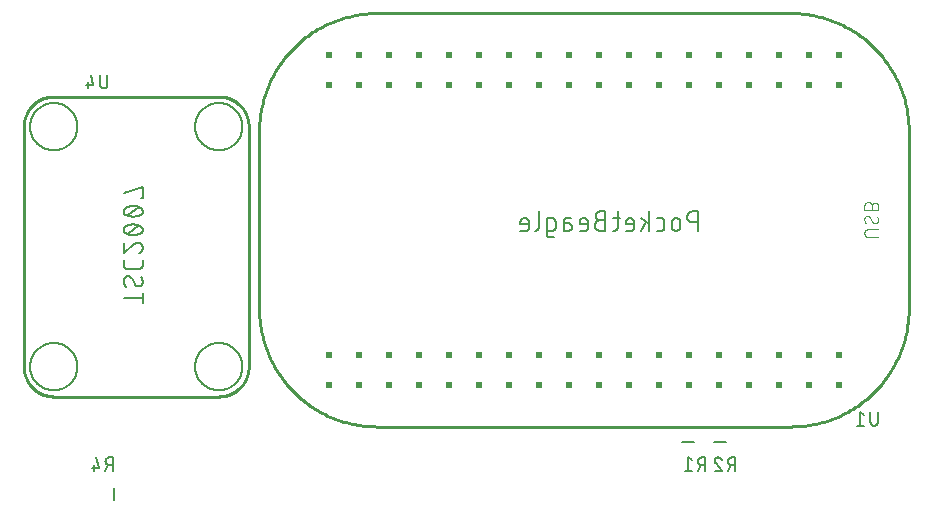
<source format=gbr>
G04 EAGLE Gerber RS-274X export*
G75*
%MOMM*%
%FSLAX34Y34*%
%LPD*%
%INSilkscreen Bottom*%
%IPPOS*%
%AMOC8*
5,1,8,0,0,1.08239X$1,22.5*%
G01*
%ADD10R,0.508000X0.508000*%
%ADD11C,0.254000*%
%ADD12C,0.152400*%
%ADD13C,0.101600*%
%ADD14C,0.127000*%
%ADD15C,0.203200*%


D10*
X702900Y124200D03*
X702900Y149600D03*
X677500Y149600D03*
X677500Y124200D03*
X652100Y149600D03*
X652100Y124200D03*
X626700Y149600D03*
X601300Y149600D03*
X575900Y149600D03*
X626700Y124200D03*
X601300Y124200D03*
X575900Y124200D03*
X550500Y149600D03*
X550500Y124200D03*
X525100Y149600D03*
X525100Y124200D03*
X499700Y149600D03*
X499700Y124200D03*
X474300Y149600D03*
X474300Y124200D03*
X448900Y149600D03*
X448900Y124200D03*
X423500Y149600D03*
X423500Y124200D03*
X398100Y149600D03*
X398100Y124200D03*
X372700Y149600D03*
X372700Y124200D03*
X347300Y149600D03*
X347300Y124200D03*
X321900Y149600D03*
X321900Y124200D03*
X296500Y149600D03*
X296500Y124200D03*
X271100Y149600D03*
X271100Y124200D03*
X702900Y378200D03*
X702900Y403600D03*
X677500Y403600D03*
X677500Y378200D03*
X652100Y403600D03*
X652100Y378200D03*
X626700Y403600D03*
X601300Y403600D03*
X575900Y403600D03*
X626700Y378200D03*
X601300Y378200D03*
X575900Y378200D03*
X550500Y403600D03*
X550500Y378200D03*
X525100Y403600D03*
X525100Y378200D03*
X499700Y403600D03*
X499700Y378200D03*
X474300Y403600D03*
X474300Y378200D03*
X448900Y403600D03*
X448900Y378200D03*
X423500Y403600D03*
X423500Y378200D03*
X398100Y403600D03*
X398100Y378200D03*
X372700Y403600D03*
X372700Y378200D03*
X347300Y403600D03*
X347300Y378200D03*
X321900Y403600D03*
X321900Y378200D03*
X296500Y403600D03*
X296500Y378200D03*
X271100Y403600D03*
X271100Y378200D03*
D11*
X312000Y438900D02*
X662000Y438900D01*
X664416Y438871D01*
X666831Y438783D01*
X669243Y438637D01*
X671651Y438433D01*
X674054Y438171D01*
X676449Y437851D01*
X678836Y437473D01*
X681213Y437037D01*
X683578Y436544D01*
X685932Y435994D01*
X688271Y435388D01*
X690595Y434725D01*
X692902Y434006D01*
X695191Y433231D01*
X697460Y432402D01*
X699709Y431517D01*
X701936Y430579D01*
X704140Y429587D01*
X706319Y428543D01*
X708472Y427446D01*
X710598Y426297D01*
X712696Y425097D01*
X714764Y423847D01*
X716801Y422547D01*
X718806Y421198D01*
X720779Y419802D01*
X722716Y418358D01*
X724619Y416867D01*
X726484Y415332D01*
X728312Y413751D01*
X730102Y412127D01*
X731851Y410460D01*
X733560Y408751D01*
X735227Y407002D01*
X736851Y405212D01*
X738432Y403384D01*
X739967Y401519D01*
X741458Y399616D01*
X742902Y397679D01*
X744298Y395706D01*
X745647Y393701D01*
X746947Y391664D01*
X748197Y389596D01*
X749397Y387498D01*
X750546Y385372D01*
X751643Y383219D01*
X752687Y381040D01*
X753679Y378836D01*
X754617Y376609D01*
X755502Y374360D01*
X756331Y372091D01*
X757106Y369802D01*
X757825Y367495D01*
X758488Y365171D01*
X759094Y362832D01*
X759644Y360478D01*
X760137Y358113D01*
X760573Y355736D01*
X760951Y353349D01*
X761271Y350954D01*
X761533Y348551D01*
X761737Y346143D01*
X761883Y343731D01*
X761971Y341316D01*
X762000Y338900D01*
X762000Y188900D01*
X761971Y186484D01*
X761883Y184069D01*
X761737Y181657D01*
X761533Y179249D01*
X761271Y176846D01*
X760951Y174451D01*
X760573Y172064D01*
X760137Y169687D01*
X759644Y167322D01*
X759094Y164968D01*
X758488Y162629D01*
X757825Y160305D01*
X757106Y157998D01*
X756331Y155709D01*
X755502Y153440D01*
X754617Y151191D01*
X753679Y148964D01*
X752687Y146760D01*
X751643Y144581D01*
X750546Y142428D01*
X749397Y140302D01*
X748197Y138204D01*
X746947Y136136D01*
X745647Y134099D01*
X744298Y132094D01*
X742902Y130121D01*
X741458Y128184D01*
X739967Y126281D01*
X738432Y124416D01*
X736851Y122588D01*
X735227Y120798D01*
X733560Y119049D01*
X731851Y117340D01*
X730102Y115673D01*
X728312Y114049D01*
X726484Y112468D01*
X724619Y110933D01*
X722716Y109442D01*
X720779Y107998D01*
X718806Y106602D01*
X716801Y105253D01*
X714764Y103953D01*
X712696Y102703D01*
X710598Y101503D01*
X708472Y100354D01*
X706319Y99257D01*
X704140Y98213D01*
X701936Y97221D01*
X699709Y96283D01*
X697460Y95398D01*
X695191Y94569D01*
X692902Y93794D01*
X690595Y93075D01*
X688271Y92412D01*
X685932Y91806D01*
X683578Y91256D01*
X681213Y90763D01*
X678836Y90327D01*
X676449Y89949D01*
X674054Y89629D01*
X671651Y89367D01*
X669243Y89163D01*
X666831Y89017D01*
X664416Y88929D01*
X662000Y88900D01*
X312000Y88900D01*
X309584Y88929D01*
X307169Y89017D01*
X304757Y89163D01*
X302349Y89367D01*
X299946Y89629D01*
X297551Y89949D01*
X295164Y90327D01*
X292787Y90763D01*
X290422Y91256D01*
X288068Y91806D01*
X285729Y92412D01*
X283405Y93075D01*
X281098Y93794D01*
X278809Y94569D01*
X276540Y95398D01*
X274291Y96283D01*
X272064Y97221D01*
X269860Y98213D01*
X267681Y99257D01*
X265528Y100354D01*
X263402Y101503D01*
X261304Y102703D01*
X259236Y103953D01*
X257199Y105253D01*
X255194Y106602D01*
X253221Y107998D01*
X251284Y109442D01*
X249381Y110933D01*
X247516Y112468D01*
X245688Y114049D01*
X243898Y115673D01*
X242149Y117340D01*
X240440Y119049D01*
X238773Y120798D01*
X237149Y122588D01*
X235568Y124416D01*
X234033Y126281D01*
X232542Y128184D01*
X231098Y130121D01*
X229702Y132094D01*
X228353Y134099D01*
X227053Y136136D01*
X225803Y138204D01*
X224603Y140302D01*
X223454Y142428D01*
X222357Y144581D01*
X221313Y146760D01*
X220321Y148964D01*
X219383Y151191D01*
X218498Y153440D01*
X217669Y155709D01*
X216894Y157998D01*
X216175Y160305D01*
X215512Y162629D01*
X214906Y164968D01*
X214356Y167322D01*
X213863Y169687D01*
X213427Y172064D01*
X213049Y174451D01*
X212729Y176846D01*
X212467Y179249D01*
X212263Y181657D01*
X212117Y184069D01*
X212029Y186484D01*
X212000Y188900D01*
X212000Y338900D01*
X212029Y341316D01*
X212117Y343731D01*
X212263Y346143D01*
X212467Y348551D01*
X212729Y350954D01*
X213049Y353349D01*
X213427Y355736D01*
X213863Y358113D01*
X214356Y360478D01*
X214906Y362832D01*
X215512Y365171D01*
X216175Y367495D01*
X216894Y369802D01*
X217669Y372091D01*
X218498Y374360D01*
X219383Y376609D01*
X220321Y378836D01*
X221313Y381040D01*
X222357Y383219D01*
X223454Y385372D01*
X224603Y387498D01*
X225803Y389596D01*
X227053Y391664D01*
X228353Y393701D01*
X229702Y395706D01*
X231098Y397679D01*
X232542Y399616D01*
X234033Y401519D01*
X235568Y403384D01*
X237149Y405212D01*
X238773Y407002D01*
X240440Y408751D01*
X242149Y410460D01*
X243898Y412127D01*
X245688Y413751D01*
X247516Y415332D01*
X249381Y416867D01*
X251284Y418358D01*
X253221Y419802D01*
X255194Y421198D01*
X257199Y422547D01*
X259236Y423847D01*
X261304Y425097D01*
X263402Y426297D01*
X265528Y427446D01*
X267681Y428543D01*
X269860Y429587D01*
X272064Y430579D01*
X274291Y431517D01*
X276540Y432402D01*
X278809Y433231D01*
X281098Y434006D01*
X283405Y434725D01*
X285729Y435388D01*
X288068Y435994D01*
X290422Y436544D01*
X292787Y437037D01*
X295164Y437473D01*
X297551Y437851D01*
X299946Y438171D01*
X302349Y438433D01*
X304757Y438637D01*
X307169Y438783D01*
X309584Y438871D01*
X312000Y438900D01*
D12*
X583438Y271018D02*
X583438Y254762D01*
X583438Y271018D02*
X578922Y271018D01*
X578789Y271016D01*
X578657Y271010D01*
X578525Y271000D01*
X578393Y270987D01*
X578261Y270969D01*
X578131Y270948D01*
X578000Y270923D01*
X577871Y270894D01*
X577743Y270861D01*
X577615Y270825D01*
X577489Y270785D01*
X577364Y270741D01*
X577240Y270693D01*
X577118Y270642D01*
X576997Y270587D01*
X576878Y270529D01*
X576760Y270467D01*
X576645Y270402D01*
X576531Y270333D01*
X576420Y270262D01*
X576311Y270186D01*
X576204Y270108D01*
X576099Y270027D01*
X575997Y269942D01*
X575897Y269855D01*
X575800Y269765D01*
X575705Y269672D01*
X575614Y269576D01*
X575525Y269478D01*
X575439Y269377D01*
X575356Y269273D01*
X575276Y269167D01*
X575200Y269059D01*
X575126Y268949D01*
X575056Y268836D01*
X574989Y268722D01*
X574926Y268605D01*
X574866Y268487D01*
X574809Y268367D01*
X574756Y268245D01*
X574707Y268122D01*
X574661Y267998D01*
X574619Y267872D01*
X574581Y267745D01*
X574546Y267617D01*
X574515Y267488D01*
X574488Y267359D01*
X574465Y267228D01*
X574445Y267097D01*
X574430Y266965D01*
X574418Y266833D01*
X574410Y266701D01*
X574406Y266568D01*
X574406Y266436D01*
X574410Y266303D01*
X574418Y266171D01*
X574430Y266039D01*
X574445Y265907D01*
X574465Y265776D01*
X574488Y265645D01*
X574515Y265516D01*
X574546Y265387D01*
X574581Y265259D01*
X574619Y265132D01*
X574661Y265006D01*
X574707Y264882D01*
X574756Y264759D01*
X574809Y264637D01*
X574866Y264517D01*
X574926Y264399D01*
X574989Y264282D01*
X575056Y264168D01*
X575126Y264055D01*
X575200Y263945D01*
X575276Y263837D01*
X575356Y263731D01*
X575439Y263627D01*
X575525Y263526D01*
X575614Y263428D01*
X575705Y263332D01*
X575800Y263239D01*
X575897Y263149D01*
X575997Y263062D01*
X576099Y262977D01*
X576204Y262896D01*
X576311Y262818D01*
X576420Y262742D01*
X576531Y262671D01*
X576645Y262602D01*
X576760Y262537D01*
X576878Y262475D01*
X576997Y262417D01*
X577118Y262362D01*
X577240Y262311D01*
X577364Y262263D01*
X577489Y262219D01*
X577615Y262179D01*
X577743Y262143D01*
X577871Y262110D01*
X578000Y262081D01*
X578131Y262056D01*
X578261Y262035D01*
X578393Y262017D01*
X578525Y262004D01*
X578657Y261994D01*
X578789Y261988D01*
X578922Y261986D01*
X578922Y261987D02*
X583438Y261987D01*
X568678Y261987D02*
X568678Y258374D01*
X568677Y261987D02*
X568675Y262106D01*
X568669Y262226D01*
X568659Y262345D01*
X568645Y262463D01*
X568628Y262582D01*
X568606Y262699D01*
X568581Y262816D01*
X568551Y262931D01*
X568518Y263046D01*
X568481Y263160D01*
X568441Y263272D01*
X568396Y263383D01*
X568348Y263492D01*
X568297Y263600D01*
X568242Y263706D01*
X568183Y263810D01*
X568121Y263912D01*
X568056Y264012D01*
X567987Y264110D01*
X567915Y264206D01*
X567840Y264299D01*
X567763Y264389D01*
X567682Y264477D01*
X567598Y264562D01*
X567511Y264644D01*
X567422Y264724D01*
X567330Y264800D01*
X567236Y264874D01*
X567139Y264944D01*
X567041Y265011D01*
X566940Y265075D01*
X566836Y265135D01*
X566731Y265192D01*
X566624Y265245D01*
X566516Y265295D01*
X566406Y265341D01*
X566294Y265383D01*
X566181Y265422D01*
X566067Y265457D01*
X565952Y265488D01*
X565835Y265516D01*
X565718Y265539D01*
X565601Y265559D01*
X565482Y265575D01*
X565363Y265587D01*
X565244Y265595D01*
X565125Y265599D01*
X565005Y265599D01*
X564886Y265595D01*
X564767Y265587D01*
X564648Y265575D01*
X564529Y265559D01*
X564412Y265539D01*
X564295Y265516D01*
X564178Y265488D01*
X564063Y265457D01*
X563949Y265422D01*
X563836Y265383D01*
X563724Y265341D01*
X563614Y265295D01*
X563506Y265245D01*
X563399Y265192D01*
X563294Y265135D01*
X563190Y265075D01*
X563089Y265011D01*
X562991Y264944D01*
X562894Y264874D01*
X562800Y264800D01*
X562708Y264724D01*
X562619Y264644D01*
X562532Y264562D01*
X562448Y264477D01*
X562367Y264389D01*
X562290Y264299D01*
X562215Y264206D01*
X562143Y264110D01*
X562074Y264012D01*
X562009Y263912D01*
X561947Y263810D01*
X561888Y263706D01*
X561833Y263600D01*
X561782Y263492D01*
X561734Y263383D01*
X561689Y263272D01*
X561649Y263160D01*
X561612Y263046D01*
X561579Y262931D01*
X561549Y262816D01*
X561524Y262699D01*
X561502Y262582D01*
X561485Y262463D01*
X561471Y262345D01*
X561461Y262226D01*
X561455Y262106D01*
X561453Y261987D01*
X561453Y258374D01*
X561455Y258255D01*
X561461Y258135D01*
X561471Y258016D01*
X561485Y257898D01*
X561502Y257779D01*
X561524Y257662D01*
X561549Y257545D01*
X561579Y257430D01*
X561612Y257315D01*
X561649Y257201D01*
X561689Y257089D01*
X561734Y256978D01*
X561782Y256869D01*
X561833Y256761D01*
X561888Y256655D01*
X561947Y256551D01*
X562009Y256449D01*
X562074Y256349D01*
X562143Y256251D01*
X562215Y256155D01*
X562290Y256062D01*
X562367Y255972D01*
X562448Y255884D01*
X562532Y255799D01*
X562619Y255717D01*
X562708Y255637D01*
X562800Y255561D01*
X562894Y255487D01*
X562991Y255417D01*
X563089Y255350D01*
X563190Y255286D01*
X563294Y255226D01*
X563399Y255169D01*
X563506Y255116D01*
X563614Y255066D01*
X563724Y255020D01*
X563836Y254978D01*
X563949Y254939D01*
X564063Y254904D01*
X564178Y254873D01*
X564295Y254845D01*
X564412Y254822D01*
X564529Y254802D01*
X564648Y254786D01*
X564767Y254774D01*
X564886Y254766D01*
X565005Y254762D01*
X565125Y254762D01*
X565244Y254766D01*
X565363Y254774D01*
X565482Y254786D01*
X565601Y254802D01*
X565718Y254822D01*
X565835Y254845D01*
X565952Y254873D01*
X566067Y254904D01*
X566181Y254939D01*
X566294Y254978D01*
X566406Y255020D01*
X566516Y255066D01*
X566624Y255116D01*
X566731Y255169D01*
X566836Y255226D01*
X566940Y255286D01*
X567041Y255350D01*
X567139Y255417D01*
X567236Y255487D01*
X567330Y255561D01*
X567422Y255637D01*
X567511Y255717D01*
X567598Y255799D01*
X567682Y255884D01*
X567763Y255972D01*
X567840Y256062D01*
X567915Y256155D01*
X567987Y256251D01*
X568056Y256349D01*
X568121Y256449D01*
X568183Y256551D01*
X568242Y256655D01*
X568297Y256761D01*
X568348Y256869D01*
X568396Y256978D01*
X568441Y257089D01*
X568481Y257201D01*
X568518Y257315D01*
X568551Y257430D01*
X568581Y257545D01*
X568606Y257662D01*
X568628Y257779D01*
X568645Y257898D01*
X568659Y258016D01*
X568669Y258135D01*
X568675Y258255D01*
X568677Y258374D01*
X552404Y254762D02*
X548791Y254762D01*
X552404Y254762D02*
X552505Y254764D01*
X552606Y254770D01*
X552707Y254779D01*
X552808Y254792D01*
X552908Y254809D01*
X553007Y254830D01*
X553105Y254854D01*
X553202Y254882D01*
X553299Y254914D01*
X553394Y254949D01*
X553487Y254988D01*
X553579Y255030D01*
X553670Y255076D01*
X553759Y255125D01*
X553845Y255177D01*
X553930Y255233D01*
X554013Y255291D01*
X554093Y255353D01*
X554171Y255418D01*
X554247Y255485D01*
X554320Y255555D01*
X554390Y255628D01*
X554457Y255704D01*
X554522Y255782D01*
X554584Y255862D01*
X554642Y255945D01*
X554698Y256030D01*
X554750Y256116D01*
X554799Y256205D01*
X554845Y256296D01*
X554887Y256388D01*
X554926Y256481D01*
X554961Y256576D01*
X554993Y256673D01*
X555021Y256770D01*
X555045Y256868D01*
X555066Y256967D01*
X555083Y257067D01*
X555096Y257168D01*
X555105Y257269D01*
X555111Y257370D01*
X555113Y257471D01*
X555113Y262890D01*
X555111Y262991D01*
X555105Y263092D01*
X555096Y263193D01*
X555083Y263294D01*
X555066Y263394D01*
X555045Y263493D01*
X555021Y263591D01*
X554993Y263688D01*
X554961Y263785D01*
X554926Y263880D01*
X554887Y263973D01*
X554845Y264065D01*
X554799Y264156D01*
X554750Y264245D01*
X554698Y264331D01*
X554642Y264416D01*
X554584Y264499D01*
X554522Y264579D01*
X554457Y264657D01*
X554390Y264733D01*
X554320Y264806D01*
X554247Y264876D01*
X554171Y264943D01*
X554093Y265008D01*
X554013Y265070D01*
X553930Y265128D01*
X553845Y265184D01*
X553759Y265236D01*
X553670Y265285D01*
X553579Y265331D01*
X553487Y265373D01*
X553394Y265412D01*
X553299Y265447D01*
X553202Y265479D01*
X553105Y265507D01*
X553007Y265531D01*
X552908Y265552D01*
X552808Y265569D01*
X552707Y265582D01*
X552606Y265591D01*
X552505Y265597D01*
X552404Y265599D01*
X548791Y265599D01*
X542457Y271018D02*
X542457Y254762D01*
X542457Y260181D02*
X535232Y265599D01*
X539296Y262438D02*
X535232Y254762D01*
X526890Y254762D02*
X522375Y254762D01*
X526890Y254762D02*
X526991Y254764D01*
X527092Y254770D01*
X527193Y254779D01*
X527294Y254792D01*
X527394Y254809D01*
X527493Y254830D01*
X527591Y254854D01*
X527688Y254882D01*
X527785Y254914D01*
X527880Y254949D01*
X527973Y254988D01*
X528065Y255030D01*
X528156Y255076D01*
X528245Y255125D01*
X528331Y255177D01*
X528416Y255233D01*
X528499Y255291D01*
X528579Y255353D01*
X528657Y255418D01*
X528733Y255485D01*
X528806Y255555D01*
X528876Y255628D01*
X528943Y255704D01*
X529008Y255782D01*
X529070Y255862D01*
X529128Y255945D01*
X529184Y256030D01*
X529236Y256116D01*
X529285Y256205D01*
X529331Y256296D01*
X529373Y256388D01*
X529412Y256481D01*
X529447Y256576D01*
X529479Y256673D01*
X529507Y256770D01*
X529531Y256868D01*
X529552Y256967D01*
X529569Y257067D01*
X529582Y257168D01*
X529591Y257269D01*
X529597Y257370D01*
X529599Y257471D01*
X529600Y257471D02*
X529600Y261987D01*
X529599Y261987D02*
X529597Y262106D01*
X529591Y262226D01*
X529581Y262345D01*
X529567Y262463D01*
X529550Y262582D01*
X529528Y262699D01*
X529503Y262816D01*
X529473Y262931D01*
X529440Y263046D01*
X529403Y263160D01*
X529363Y263272D01*
X529318Y263383D01*
X529270Y263492D01*
X529219Y263600D01*
X529164Y263706D01*
X529105Y263810D01*
X529043Y263912D01*
X528978Y264012D01*
X528909Y264110D01*
X528837Y264206D01*
X528762Y264299D01*
X528685Y264389D01*
X528604Y264477D01*
X528520Y264562D01*
X528433Y264644D01*
X528344Y264724D01*
X528252Y264800D01*
X528158Y264874D01*
X528061Y264944D01*
X527963Y265011D01*
X527862Y265075D01*
X527758Y265135D01*
X527653Y265192D01*
X527546Y265245D01*
X527438Y265295D01*
X527328Y265341D01*
X527216Y265383D01*
X527103Y265422D01*
X526989Y265457D01*
X526874Y265488D01*
X526757Y265516D01*
X526640Y265539D01*
X526523Y265559D01*
X526404Y265575D01*
X526285Y265587D01*
X526166Y265595D01*
X526047Y265599D01*
X525927Y265599D01*
X525808Y265595D01*
X525689Y265587D01*
X525570Y265575D01*
X525451Y265559D01*
X525334Y265539D01*
X525217Y265516D01*
X525100Y265488D01*
X524985Y265457D01*
X524871Y265422D01*
X524758Y265383D01*
X524646Y265341D01*
X524536Y265295D01*
X524428Y265245D01*
X524321Y265192D01*
X524216Y265135D01*
X524112Y265075D01*
X524011Y265011D01*
X523913Y264944D01*
X523816Y264874D01*
X523722Y264800D01*
X523630Y264724D01*
X523541Y264644D01*
X523454Y264562D01*
X523370Y264477D01*
X523289Y264389D01*
X523212Y264299D01*
X523137Y264206D01*
X523065Y264110D01*
X522996Y264012D01*
X522931Y263912D01*
X522869Y263810D01*
X522810Y263706D01*
X522755Y263600D01*
X522704Y263492D01*
X522656Y263383D01*
X522611Y263272D01*
X522571Y263160D01*
X522534Y263046D01*
X522501Y262931D01*
X522471Y262816D01*
X522446Y262699D01*
X522424Y262582D01*
X522407Y262463D01*
X522393Y262345D01*
X522383Y262226D01*
X522377Y262106D01*
X522375Y261987D01*
X522375Y260181D01*
X529600Y260181D01*
X517350Y265599D02*
X511931Y265599D01*
X515544Y271018D02*
X515544Y257471D01*
X515543Y257471D02*
X515541Y257370D01*
X515535Y257269D01*
X515526Y257168D01*
X515513Y257067D01*
X515496Y256967D01*
X515475Y256868D01*
X515451Y256770D01*
X515423Y256673D01*
X515391Y256576D01*
X515356Y256481D01*
X515317Y256388D01*
X515275Y256296D01*
X515229Y256205D01*
X515180Y256116D01*
X515128Y256030D01*
X515072Y255945D01*
X515014Y255862D01*
X514952Y255782D01*
X514887Y255704D01*
X514820Y255628D01*
X514750Y255555D01*
X514677Y255485D01*
X514601Y255418D01*
X514523Y255353D01*
X514443Y255291D01*
X514360Y255233D01*
X514275Y255177D01*
X514189Y255125D01*
X514100Y255076D01*
X514009Y255030D01*
X513917Y254988D01*
X513824Y254949D01*
X513729Y254914D01*
X513632Y254882D01*
X513535Y254854D01*
X513437Y254830D01*
X513338Y254809D01*
X513238Y254792D01*
X513137Y254779D01*
X513036Y254770D01*
X512935Y254764D01*
X512834Y254762D01*
X511931Y254762D01*
X505282Y263793D02*
X500766Y263793D01*
X500766Y263794D02*
X500633Y263792D01*
X500501Y263786D01*
X500369Y263776D01*
X500237Y263763D01*
X500105Y263745D01*
X499975Y263724D01*
X499844Y263699D01*
X499715Y263670D01*
X499587Y263637D01*
X499459Y263601D01*
X499333Y263561D01*
X499208Y263517D01*
X499084Y263469D01*
X498962Y263418D01*
X498841Y263363D01*
X498722Y263305D01*
X498604Y263243D01*
X498489Y263178D01*
X498375Y263109D01*
X498264Y263038D01*
X498155Y262962D01*
X498048Y262884D01*
X497943Y262803D01*
X497841Y262718D01*
X497741Y262631D01*
X497644Y262541D01*
X497549Y262448D01*
X497458Y262352D01*
X497369Y262254D01*
X497283Y262153D01*
X497200Y262049D01*
X497120Y261943D01*
X497044Y261835D01*
X496970Y261725D01*
X496900Y261612D01*
X496833Y261498D01*
X496770Y261381D01*
X496710Y261263D01*
X496653Y261143D01*
X496600Y261021D01*
X496551Y260898D01*
X496505Y260774D01*
X496463Y260648D01*
X496425Y260521D01*
X496390Y260393D01*
X496359Y260264D01*
X496332Y260135D01*
X496309Y260004D01*
X496289Y259873D01*
X496274Y259741D01*
X496262Y259609D01*
X496254Y259477D01*
X496250Y259344D01*
X496250Y259212D01*
X496254Y259079D01*
X496262Y258947D01*
X496274Y258815D01*
X496289Y258683D01*
X496309Y258552D01*
X496332Y258421D01*
X496359Y258292D01*
X496390Y258163D01*
X496425Y258035D01*
X496463Y257908D01*
X496505Y257782D01*
X496551Y257658D01*
X496600Y257535D01*
X496653Y257413D01*
X496710Y257293D01*
X496770Y257175D01*
X496833Y257058D01*
X496900Y256944D01*
X496970Y256831D01*
X497044Y256721D01*
X497120Y256613D01*
X497200Y256507D01*
X497283Y256403D01*
X497369Y256302D01*
X497458Y256204D01*
X497549Y256108D01*
X497644Y256015D01*
X497741Y255925D01*
X497841Y255838D01*
X497943Y255753D01*
X498048Y255672D01*
X498155Y255594D01*
X498264Y255518D01*
X498375Y255447D01*
X498489Y255378D01*
X498604Y255313D01*
X498722Y255251D01*
X498841Y255193D01*
X498962Y255138D01*
X499084Y255087D01*
X499208Y255039D01*
X499333Y254995D01*
X499459Y254955D01*
X499587Y254919D01*
X499715Y254886D01*
X499844Y254857D01*
X499975Y254832D01*
X500105Y254811D01*
X500237Y254793D01*
X500369Y254780D01*
X500501Y254770D01*
X500633Y254764D01*
X500766Y254762D01*
X505282Y254762D01*
X505282Y271018D01*
X500766Y271018D01*
X500647Y271016D01*
X500527Y271010D01*
X500408Y271000D01*
X500290Y270986D01*
X500171Y270969D01*
X500054Y270947D01*
X499937Y270922D01*
X499822Y270892D01*
X499707Y270859D01*
X499593Y270822D01*
X499481Y270782D01*
X499370Y270737D01*
X499261Y270689D01*
X499153Y270638D01*
X499047Y270583D01*
X498943Y270524D01*
X498841Y270462D01*
X498741Y270397D01*
X498643Y270328D01*
X498547Y270256D01*
X498454Y270181D01*
X498364Y270104D01*
X498276Y270023D01*
X498191Y269939D01*
X498109Y269852D01*
X498029Y269763D01*
X497953Y269671D01*
X497879Y269577D01*
X497809Y269480D01*
X497742Y269382D01*
X497678Y269281D01*
X497618Y269177D01*
X497561Y269072D01*
X497508Y268965D01*
X497458Y268857D01*
X497412Y268747D01*
X497370Y268635D01*
X497331Y268522D01*
X497296Y268408D01*
X497265Y268293D01*
X497237Y268176D01*
X497214Y268059D01*
X497194Y267942D01*
X497178Y267823D01*
X497166Y267704D01*
X497158Y267585D01*
X497154Y267466D01*
X497154Y267346D01*
X497158Y267227D01*
X497166Y267108D01*
X497178Y266989D01*
X497194Y266870D01*
X497214Y266753D01*
X497237Y266636D01*
X497265Y266519D01*
X497296Y266404D01*
X497331Y266290D01*
X497370Y266177D01*
X497412Y266065D01*
X497458Y265955D01*
X497508Y265847D01*
X497561Y265740D01*
X497618Y265635D01*
X497678Y265531D01*
X497742Y265430D01*
X497809Y265332D01*
X497879Y265235D01*
X497953Y265141D01*
X498029Y265049D01*
X498109Y264960D01*
X498191Y264873D01*
X498276Y264789D01*
X498364Y264708D01*
X498454Y264631D01*
X498547Y264556D01*
X498643Y264484D01*
X498741Y264415D01*
X498841Y264350D01*
X498943Y264288D01*
X499047Y264229D01*
X499153Y264174D01*
X499261Y264123D01*
X499370Y264075D01*
X499481Y264030D01*
X499593Y263990D01*
X499707Y263953D01*
X499822Y263920D01*
X499937Y263890D01*
X500054Y263865D01*
X500171Y263843D01*
X500290Y263826D01*
X500408Y263812D01*
X500527Y263802D01*
X500647Y263796D01*
X500766Y263794D01*
X487812Y254762D02*
X483297Y254762D01*
X487812Y254762D02*
X487913Y254764D01*
X488014Y254770D01*
X488115Y254779D01*
X488216Y254792D01*
X488316Y254809D01*
X488415Y254830D01*
X488513Y254854D01*
X488610Y254882D01*
X488707Y254914D01*
X488802Y254949D01*
X488895Y254988D01*
X488987Y255030D01*
X489078Y255076D01*
X489167Y255125D01*
X489253Y255177D01*
X489338Y255233D01*
X489421Y255291D01*
X489501Y255353D01*
X489579Y255418D01*
X489655Y255485D01*
X489728Y255555D01*
X489798Y255628D01*
X489865Y255704D01*
X489930Y255782D01*
X489992Y255862D01*
X490050Y255945D01*
X490106Y256030D01*
X490158Y256116D01*
X490207Y256205D01*
X490253Y256296D01*
X490295Y256388D01*
X490334Y256481D01*
X490369Y256576D01*
X490401Y256673D01*
X490429Y256770D01*
X490453Y256868D01*
X490474Y256967D01*
X490491Y257067D01*
X490504Y257168D01*
X490513Y257269D01*
X490519Y257370D01*
X490521Y257471D01*
X490522Y257471D02*
X490522Y261987D01*
X490521Y261987D02*
X490519Y262106D01*
X490513Y262226D01*
X490503Y262345D01*
X490489Y262463D01*
X490472Y262582D01*
X490450Y262699D01*
X490425Y262816D01*
X490395Y262931D01*
X490362Y263046D01*
X490325Y263160D01*
X490285Y263272D01*
X490240Y263383D01*
X490192Y263492D01*
X490141Y263600D01*
X490086Y263706D01*
X490027Y263810D01*
X489965Y263912D01*
X489900Y264012D01*
X489831Y264110D01*
X489759Y264206D01*
X489684Y264299D01*
X489607Y264389D01*
X489526Y264477D01*
X489442Y264562D01*
X489355Y264644D01*
X489266Y264724D01*
X489174Y264800D01*
X489080Y264874D01*
X488983Y264944D01*
X488885Y265011D01*
X488784Y265075D01*
X488680Y265135D01*
X488575Y265192D01*
X488468Y265245D01*
X488360Y265295D01*
X488250Y265341D01*
X488138Y265383D01*
X488025Y265422D01*
X487911Y265457D01*
X487796Y265488D01*
X487679Y265516D01*
X487562Y265539D01*
X487445Y265559D01*
X487326Y265575D01*
X487207Y265587D01*
X487088Y265595D01*
X486969Y265599D01*
X486849Y265599D01*
X486730Y265595D01*
X486611Y265587D01*
X486492Y265575D01*
X486373Y265559D01*
X486256Y265539D01*
X486139Y265516D01*
X486022Y265488D01*
X485907Y265457D01*
X485793Y265422D01*
X485680Y265383D01*
X485568Y265341D01*
X485458Y265295D01*
X485350Y265245D01*
X485243Y265192D01*
X485138Y265135D01*
X485034Y265075D01*
X484933Y265011D01*
X484835Y264944D01*
X484738Y264874D01*
X484644Y264800D01*
X484552Y264724D01*
X484463Y264644D01*
X484376Y264562D01*
X484292Y264477D01*
X484211Y264389D01*
X484134Y264299D01*
X484059Y264206D01*
X483987Y264110D01*
X483918Y264012D01*
X483853Y263912D01*
X483791Y263810D01*
X483732Y263706D01*
X483677Y263600D01*
X483626Y263492D01*
X483578Y263383D01*
X483533Y263272D01*
X483493Y263160D01*
X483456Y263046D01*
X483423Y262931D01*
X483393Y262816D01*
X483368Y262699D01*
X483346Y262582D01*
X483329Y262463D01*
X483315Y262345D01*
X483305Y262226D01*
X483299Y262106D01*
X483297Y261987D01*
X483297Y260181D01*
X490522Y260181D01*
X473887Y261084D02*
X469823Y261084D01*
X473887Y261084D02*
X473999Y261082D01*
X474110Y261076D01*
X474221Y261066D01*
X474332Y261053D01*
X474442Y261035D01*
X474551Y261013D01*
X474660Y260988D01*
X474768Y260959D01*
X474874Y260926D01*
X474980Y260889D01*
X475084Y260849D01*
X475186Y260805D01*
X475287Y260757D01*
X475386Y260706D01*
X475484Y260651D01*
X475579Y260593D01*
X475672Y260532D01*
X475763Y260467D01*
X475852Y260399D01*
X475938Y260328D01*
X476021Y260255D01*
X476102Y260178D01*
X476181Y260098D01*
X476256Y260016D01*
X476328Y259931D01*
X476398Y259844D01*
X476464Y259754D01*
X476527Y259662D01*
X476587Y259567D01*
X476643Y259471D01*
X476696Y259373D01*
X476745Y259273D01*
X476791Y259171D01*
X476833Y259068D01*
X476872Y258963D01*
X476907Y258857D01*
X476938Y258750D01*
X476965Y258642D01*
X476989Y258533D01*
X477008Y258423D01*
X477024Y258313D01*
X477036Y258202D01*
X477044Y258090D01*
X477048Y257979D01*
X477048Y257867D01*
X477044Y257756D01*
X477036Y257644D01*
X477024Y257533D01*
X477008Y257423D01*
X476989Y257313D01*
X476965Y257204D01*
X476938Y257096D01*
X476907Y256989D01*
X476872Y256883D01*
X476833Y256778D01*
X476791Y256675D01*
X476745Y256573D01*
X476696Y256473D01*
X476643Y256375D01*
X476587Y256279D01*
X476527Y256184D01*
X476464Y256092D01*
X476398Y256002D01*
X476328Y255915D01*
X476256Y255830D01*
X476181Y255748D01*
X476102Y255668D01*
X476021Y255591D01*
X475938Y255518D01*
X475852Y255447D01*
X475763Y255379D01*
X475672Y255314D01*
X475579Y255253D01*
X475484Y255195D01*
X475386Y255140D01*
X475287Y255089D01*
X475186Y255041D01*
X475084Y254997D01*
X474980Y254957D01*
X474874Y254920D01*
X474768Y254887D01*
X474660Y254858D01*
X474551Y254833D01*
X474442Y254811D01*
X474332Y254793D01*
X474221Y254780D01*
X474110Y254770D01*
X473999Y254764D01*
X473887Y254762D01*
X469823Y254762D01*
X469823Y262890D01*
X469825Y262991D01*
X469831Y263092D01*
X469840Y263193D01*
X469853Y263294D01*
X469870Y263394D01*
X469891Y263493D01*
X469915Y263591D01*
X469943Y263688D01*
X469975Y263785D01*
X470010Y263880D01*
X470049Y263973D01*
X470091Y264065D01*
X470137Y264156D01*
X470186Y264245D01*
X470238Y264331D01*
X470294Y264416D01*
X470352Y264499D01*
X470414Y264579D01*
X470479Y264657D01*
X470546Y264733D01*
X470616Y264806D01*
X470689Y264876D01*
X470765Y264943D01*
X470843Y265008D01*
X470923Y265070D01*
X471006Y265128D01*
X471091Y265184D01*
X471178Y265236D01*
X471266Y265285D01*
X471357Y265331D01*
X471449Y265373D01*
X471542Y265412D01*
X471637Y265447D01*
X471734Y265479D01*
X471831Y265507D01*
X471929Y265531D01*
X472028Y265552D01*
X472128Y265569D01*
X472229Y265582D01*
X472330Y265591D01*
X472431Y265597D01*
X472532Y265599D01*
X476145Y265599D01*
X460270Y254762D02*
X455755Y254762D01*
X460270Y254762D02*
X460371Y254764D01*
X460472Y254770D01*
X460573Y254779D01*
X460674Y254792D01*
X460774Y254809D01*
X460873Y254830D01*
X460971Y254854D01*
X461068Y254882D01*
X461165Y254914D01*
X461260Y254949D01*
X461353Y254988D01*
X461445Y255030D01*
X461536Y255076D01*
X461625Y255125D01*
X461711Y255177D01*
X461796Y255233D01*
X461879Y255291D01*
X461959Y255353D01*
X462037Y255418D01*
X462113Y255485D01*
X462186Y255555D01*
X462256Y255628D01*
X462323Y255704D01*
X462388Y255782D01*
X462450Y255862D01*
X462508Y255945D01*
X462564Y256030D01*
X462616Y256116D01*
X462665Y256205D01*
X462711Y256296D01*
X462753Y256388D01*
X462792Y256481D01*
X462827Y256576D01*
X462859Y256673D01*
X462887Y256770D01*
X462911Y256868D01*
X462932Y256967D01*
X462949Y257067D01*
X462962Y257168D01*
X462971Y257269D01*
X462977Y257370D01*
X462979Y257471D01*
X462980Y257471D02*
X462980Y262890D01*
X462979Y262890D02*
X462977Y262991D01*
X462971Y263092D01*
X462962Y263193D01*
X462949Y263294D01*
X462932Y263394D01*
X462911Y263493D01*
X462887Y263591D01*
X462859Y263688D01*
X462827Y263785D01*
X462792Y263880D01*
X462753Y263973D01*
X462711Y264065D01*
X462665Y264156D01*
X462616Y264245D01*
X462564Y264331D01*
X462508Y264416D01*
X462450Y264499D01*
X462388Y264579D01*
X462323Y264657D01*
X462256Y264733D01*
X462186Y264806D01*
X462113Y264876D01*
X462037Y264943D01*
X461959Y265008D01*
X461879Y265070D01*
X461796Y265128D01*
X461711Y265184D01*
X461625Y265236D01*
X461536Y265285D01*
X461445Y265331D01*
X461353Y265373D01*
X461260Y265412D01*
X461165Y265447D01*
X461068Y265479D01*
X460971Y265507D01*
X460873Y265531D01*
X460774Y265552D01*
X460674Y265569D01*
X460573Y265582D01*
X460472Y265591D01*
X460371Y265597D01*
X460270Y265599D01*
X455755Y265599D01*
X455755Y252053D01*
X455757Y251952D01*
X455763Y251851D01*
X455772Y251750D01*
X455785Y251649D01*
X455802Y251549D01*
X455823Y251450D01*
X455847Y251352D01*
X455875Y251255D01*
X455907Y251158D01*
X455942Y251063D01*
X455981Y250970D01*
X456023Y250878D01*
X456069Y250787D01*
X456118Y250699D01*
X456170Y250612D01*
X456226Y250527D01*
X456284Y250444D01*
X456346Y250364D01*
X456411Y250286D01*
X456478Y250210D01*
X456548Y250137D01*
X456621Y250067D01*
X456697Y250000D01*
X456775Y249935D01*
X456855Y249873D01*
X456938Y249815D01*
X457023Y249759D01*
X457110Y249707D01*
X457198Y249658D01*
X457289Y249612D01*
X457381Y249570D01*
X457474Y249531D01*
X457569Y249496D01*
X457666Y249464D01*
X457763Y249436D01*
X457861Y249412D01*
X457960Y249391D01*
X458060Y249374D01*
X458161Y249361D01*
X458262Y249352D01*
X458363Y249346D01*
X458464Y249344D01*
X458464Y249343D02*
X462077Y249343D01*
X448601Y257471D02*
X448601Y271018D01*
X448601Y257471D02*
X448599Y257370D01*
X448593Y257269D01*
X448584Y257168D01*
X448571Y257067D01*
X448554Y256967D01*
X448533Y256868D01*
X448509Y256770D01*
X448481Y256673D01*
X448449Y256576D01*
X448414Y256481D01*
X448375Y256388D01*
X448333Y256296D01*
X448287Y256205D01*
X448238Y256116D01*
X448186Y256030D01*
X448130Y255945D01*
X448072Y255862D01*
X448010Y255782D01*
X447945Y255704D01*
X447878Y255628D01*
X447808Y255555D01*
X447735Y255485D01*
X447659Y255418D01*
X447581Y255353D01*
X447501Y255291D01*
X447418Y255233D01*
X447333Y255177D01*
X447247Y255125D01*
X447158Y255076D01*
X447067Y255030D01*
X446975Y254988D01*
X446882Y254949D01*
X446787Y254914D01*
X446690Y254882D01*
X446593Y254854D01*
X446495Y254830D01*
X446396Y254809D01*
X446296Y254792D01*
X446195Y254779D01*
X446094Y254770D01*
X445993Y254764D01*
X445892Y254762D01*
X437792Y254762D02*
X433277Y254762D01*
X437792Y254762D02*
X437893Y254764D01*
X437994Y254770D01*
X438095Y254779D01*
X438196Y254792D01*
X438296Y254809D01*
X438395Y254830D01*
X438493Y254854D01*
X438590Y254882D01*
X438687Y254914D01*
X438782Y254949D01*
X438875Y254988D01*
X438967Y255030D01*
X439058Y255076D01*
X439147Y255125D01*
X439233Y255177D01*
X439318Y255233D01*
X439401Y255291D01*
X439481Y255353D01*
X439559Y255418D01*
X439635Y255485D01*
X439708Y255555D01*
X439778Y255628D01*
X439845Y255704D01*
X439910Y255782D01*
X439972Y255862D01*
X440030Y255945D01*
X440086Y256030D01*
X440138Y256116D01*
X440187Y256205D01*
X440233Y256296D01*
X440275Y256388D01*
X440314Y256481D01*
X440349Y256576D01*
X440381Y256673D01*
X440409Y256770D01*
X440433Y256868D01*
X440454Y256967D01*
X440471Y257067D01*
X440484Y257168D01*
X440493Y257269D01*
X440499Y257370D01*
X440501Y257471D01*
X440502Y257471D02*
X440502Y261987D01*
X440501Y261987D02*
X440499Y262106D01*
X440493Y262226D01*
X440483Y262345D01*
X440469Y262463D01*
X440452Y262582D01*
X440430Y262699D01*
X440405Y262816D01*
X440375Y262931D01*
X440342Y263046D01*
X440305Y263160D01*
X440265Y263272D01*
X440220Y263383D01*
X440172Y263492D01*
X440121Y263600D01*
X440066Y263706D01*
X440007Y263810D01*
X439945Y263912D01*
X439880Y264012D01*
X439811Y264110D01*
X439739Y264206D01*
X439664Y264299D01*
X439587Y264389D01*
X439506Y264477D01*
X439422Y264562D01*
X439335Y264644D01*
X439246Y264724D01*
X439154Y264800D01*
X439060Y264874D01*
X438963Y264944D01*
X438865Y265011D01*
X438764Y265075D01*
X438660Y265135D01*
X438555Y265192D01*
X438448Y265245D01*
X438340Y265295D01*
X438230Y265341D01*
X438118Y265383D01*
X438005Y265422D01*
X437891Y265457D01*
X437776Y265488D01*
X437659Y265516D01*
X437542Y265539D01*
X437425Y265559D01*
X437306Y265575D01*
X437187Y265587D01*
X437068Y265595D01*
X436949Y265599D01*
X436829Y265599D01*
X436710Y265595D01*
X436591Y265587D01*
X436472Y265575D01*
X436353Y265559D01*
X436236Y265539D01*
X436119Y265516D01*
X436002Y265488D01*
X435887Y265457D01*
X435773Y265422D01*
X435660Y265383D01*
X435548Y265341D01*
X435438Y265295D01*
X435330Y265245D01*
X435223Y265192D01*
X435118Y265135D01*
X435014Y265075D01*
X434913Y265011D01*
X434815Y264944D01*
X434718Y264874D01*
X434624Y264800D01*
X434532Y264724D01*
X434443Y264644D01*
X434356Y264562D01*
X434272Y264477D01*
X434191Y264389D01*
X434114Y264299D01*
X434039Y264206D01*
X433967Y264110D01*
X433898Y264012D01*
X433833Y263912D01*
X433771Y263810D01*
X433712Y263706D01*
X433657Y263600D01*
X433606Y263492D01*
X433558Y263383D01*
X433513Y263272D01*
X433473Y263160D01*
X433436Y263046D01*
X433403Y262931D01*
X433373Y262816D01*
X433348Y262699D01*
X433326Y262582D01*
X433309Y262463D01*
X433295Y262345D01*
X433285Y262226D01*
X433279Y262106D01*
X433277Y261987D01*
X433277Y260181D01*
X440502Y260181D01*
D13*
X727654Y249372D02*
X736092Y249372D01*
X727654Y249371D02*
X727541Y249373D01*
X727428Y249379D01*
X727315Y249389D01*
X727202Y249403D01*
X727090Y249420D01*
X726979Y249442D01*
X726869Y249467D01*
X726759Y249497D01*
X726651Y249530D01*
X726544Y249567D01*
X726438Y249607D01*
X726334Y249652D01*
X726231Y249700D01*
X726130Y249751D01*
X726031Y249806D01*
X725934Y249864D01*
X725839Y249926D01*
X725746Y249991D01*
X725656Y250059D01*
X725568Y250130D01*
X725482Y250205D01*
X725399Y250282D01*
X725319Y250362D01*
X725242Y250445D01*
X725167Y250531D01*
X725096Y250619D01*
X725028Y250709D01*
X724963Y250802D01*
X724901Y250897D01*
X724843Y250994D01*
X724788Y251093D01*
X724737Y251194D01*
X724689Y251297D01*
X724644Y251401D01*
X724604Y251507D01*
X724567Y251614D01*
X724534Y251722D01*
X724504Y251832D01*
X724479Y251942D01*
X724457Y252053D01*
X724440Y252165D01*
X724426Y252278D01*
X724416Y252391D01*
X724410Y252504D01*
X724408Y252617D01*
X724410Y252730D01*
X724416Y252843D01*
X724426Y252956D01*
X724440Y253069D01*
X724457Y253181D01*
X724479Y253292D01*
X724504Y253402D01*
X724534Y253512D01*
X724567Y253620D01*
X724604Y253727D01*
X724644Y253833D01*
X724689Y253937D01*
X724737Y254040D01*
X724788Y254141D01*
X724843Y254240D01*
X724901Y254337D01*
X724963Y254432D01*
X725028Y254525D01*
X725096Y254615D01*
X725167Y254703D01*
X725242Y254789D01*
X725319Y254872D01*
X725399Y254952D01*
X725482Y255029D01*
X725568Y255104D01*
X725656Y255175D01*
X725746Y255243D01*
X725839Y255308D01*
X725934Y255370D01*
X726031Y255428D01*
X726130Y255483D01*
X726231Y255534D01*
X726334Y255582D01*
X726438Y255627D01*
X726544Y255667D01*
X726651Y255704D01*
X726759Y255737D01*
X726869Y255767D01*
X726979Y255792D01*
X727090Y255814D01*
X727202Y255831D01*
X727315Y255845D01*
X727428Y255855D01*
X727541Y255861D01*
X727654Y255863D01*
X736092Y255863D01*
X727004Y267292D02*
X726905Y267290D01*
X726805Y267284D01*
X726706Y267275D01*
X726608Y267262D01*
X726510Y267245D01*
X726412Y267224D01*
X726316Y267199D01*
X726221Y267171D01*
X726127Y267139D01*
X726034Y267104D01*
X725942Y267065D01*
X725852Y267022D01*
X725764Y266977D01*
X725677Y266927D01*
X725593Y266875D01*
X725510Y266819D01*
X725430Y266761D01*
X725352Y266699D01*
X725277Y266634D01*
X725204Y266566D01*
X725134Y266496D01*
X725066Y266423D01*
X725001Y266348D01*
X724939Y266270D01*
X724881Y266190D01*
X724825Y266107D01*
X724773Y266023D01*
X724723Y265936D01*
X724678Y265848D01*
X724635Y265758D01*
X724596Y265666D01*
X724561Y265573D01*
X724529Y265479D01*
X724501Y265384D01*
X724476Y265288D01*
X724455Y265190D01*
X724438Y265092D01*
X724425Y264994D01*
X724416Y264895D01*
X724410Y264795D01*
X724408Y264696D01*
X724410Y264552D01*
X724416Y264407D01*
X724425Y264263D01*
X724438Y264120D01*
X724455Y263976D01*
X724476Y263833D01*
X724501Y263691D01*
X724529Y263550D01*
X724561Y263409D01*
X724597Y263269D01*
X724636Y263130D01*
X724679Y262992D01*
X724726Y262856D01*
X724776Y262720D01*
X724830Y262586D01*
X724887Y262454D01*
X724948Y262323D01*
X725012Y262194D01*
X725080Y262066D01*
X725150Y261940D01*
X725225Y261816D01*
X725302Y261695D01*
X725383Y261575D01*
X725466Y261457D01*
X725553Y261342D01*
X725643Y261229D01*
X725736Y261118D01*
X725831Y261010D01*
X725930Y260904D01*
X726031Y260801D01*
X733496Y261127D02*
X733595Y261129D01*
X733695Y261135D01*
X733794Y261144D01*
X733892Y261157D01*
X733990Y261174D01*
X734088Y261195D01*
X734184Y261220D01*
X734279Y261248D01*
X734373Y261280D01*
X734466Y261315D01*
X734558Y261354D01*
X734648Y261397D01*
X734736Y261442D01*
X734823Y261492D01*
X734907Y261544D01*
X734990Y261600D01*
X735070Y261658D01*
X735148Y261720D01*
X735223Y261785D01*
X735296Y261853D01*
X735366Y261923D01*
X735434Y261996D01*
X735499Y262071D01*
X735561Y262149D01*
X735619Y262229D01*
X735675Y262312D01*
X735727Y262396D01*
X735777Y262483D01*
X735822Y262571D01*
X735865Y262661D01*
X735904Y262753D01*
X735939Y262846D01*
X735971Y262940D01*
X735999Y263035D01*
X736024Y263132D01*
X736045Y263229D01*
X736062Y263327D01*
X736075Y263425D01*
X736084Y263524D01*
X736090Y263624D01*
X736092Y263723D01*
X736090Y263859D01*
X736084Y263995D01*
X736075Y264131D01*
X736062Y264267D01*
X736044Y264402D01*
X736024Y264536D01*
X735999Y264670D01*
X735971Y264804D01*
X735938Y264936D01*
X735903Y265067D01*
X735863Y265198D01*
X735820Y265327D01*
X735774Y265455D01*
X735723Y265581D01*
X735670Y265707D01*
X735612Y265830D01*
X735552Y265952D01*
X735488Y266072D01*
X735420Y266191D01*
X735350Y266307D01*
X735276Y266421D01*
X735199Y266534D01*
X735118Y266644D01*
X731224Y262424D02*
X731277Y262338D01*
X731334Y262254D01*
X731393Y262172D01*
X731456Y262092D01*
X731522Y262015D01*
X731590Y261940D01*
X731662Y261868D01*
X731736Y261799D01*
X731813Y261733D01*
X731892Y261670D01*
X731974Y261610D01*
X732058Y261553D01*
X732144Y261499D01*
X732232Y261449D01*
X732322Y261402D01*
X732413Y261358D01*
X732507Y261319D01*
X732601Y261282D01*
X732697Y261250D01*
X732795Y261221D01*
X732893Y261196D01*
X732992Y261175D01*
X733092Y261157D01*
X733192Y261144D01*
X733293Y261134D01*
X733395Y261128D01*
X733496Y261126D01*
X729276Y265995D02*
X729223Y266081D01*
X729166Y266165D01*
X729107Y266247D01*
X729044Y266327D01*
X728978Y266404D01*
X728910Y266479D01*
X728838Y266551D01*
X728764Y266620D01*
X728687Y266686D01*
X728608Y266749D01*
X728526Y266809D01*
X728442Y266866D01*
X728356Y266920D01*
X728268Y266970D01*
X728178Y267017D01*
X728087Y267061D01*
X727993Y267100D01*
X727899Y267137D01*
X727803Y267169D01*
X727705Y267198D01*
X727607Y267223D01*
X727508Y267244D01*
X727408Y267262D01*
X727308Y267275D01*
X727207Y267285D01*
X727105Y267291D01*
X727004Y267293D01*
X729276Y265994D02*
X731224Y262424D01*
X730899Y272401D02*
X730899Y275646D01*
X730900Y275646D02*
X730898Y275759D01*
X730892Y275872D01*
X730882Y275985D01*
X730868Y276098D01*
X730851Y276210D01*
X730829Y276321D01*
X730804Y276431D01*
X730774Y276541D01*
X730741Y276649D01*
X730704Y276756D01*
X730664Y276862D01*
X730619Y276966D01*
X730571Y277069D01*
X730520Y277170D01*
X730465Y277269D01*
X730407Y277366D01*
X730345Y277461D01*
X730280Y277554D01*
X730212Y277644D01*
X730141Y277732D01*
X730066Y277818D01*
X729989Y277901D01*
X729909Y277981D01*
X729826Y278058D01*
X729740Y278133D01*
X729652Y278204D01*
X729562Y278272D01*
X729469Y278337D01*
X729374Y278399D01*
X729277Y278457D01*
X729178Y278512D01*
X729077Y278563D01*
X728974Y278611D01*
X728870Y278656D01*
X728764Y278696D01*
X728657Y278733D01*
X728549Y278766D01*
X728439Y278796D01*
X728329Y278821D01*
X728218Y278843D01*
X728106Y278860D01*
X727993Y278874D01*
X727880Y278884D01*
X727767Y278890D01*
X727654Y278892D01*
X727541Y278890D01*
X727428Y278884D01*
X727315Y278874D01*
X727202Y278860D01*
X727090Y278843D01*
X726979Y278821D01*
X726869Y278796D01*
X726759Y278766D01*
X726651Y278733D01*
X726544Y278696D01*
X726438Y278656D01*
X726334Y278611D01*
X726231Y278563D01*
X726130Y278512D01*
X726031Y278457D01*
X725934Y278399D01*
X725839Y278337D01*
X725746Y278272D01*
X725656Y278204D01*
X725568Y278133D01*
X725482Y278058D01*
X725399Y277981D01*
X725319Y277901D01*
X725242Y277818D01*
X725167Y277732D01*
X725096Y277644D01*
X725028Y277554D01*
X724963Y277461D01*
X724901Y277366D01*
X724843Y277269D01*
X724788Y277170D01*
X724737Y277069D01*
X724689Y276966D01*
X724644Y276862D01*
X724604Y276756D01*
X724567Y276649D01*
X724534Y276541D01*
X724504Y276431D01*
X724479Y276321D01*
X724457Y276210D01*
X724440Y276098D01*
X724426Y275985D01*
X724416Y275872D01*
X724410Y275759D01*
X724408Y275646D01*
X724408Y272401D01*
X736092Y272401D01*
X736092Y275646D01*
X736090Y275747D01*
X736084Y275847D01*
X736074Y275947D01*
X736061Y276047D01*
X736043Y276146D01*
X736022Y276245D01*
X735997Y276342D01*
X735968Y276439D01*
X735935Y276534D01*
X735899Y276628D01*
X735859Y276720D01*
X735816Y276811D01*
X735769Y276900D01*
X735719Y276987D01*
X735665Y277073D01*
X735608Y277156D01*
X735548Y277236D01*
X735485Y277315D01*
X735418Y277391D01*
X735349Y277464D01*
X735277Y277534D01*
X735203Y277602D01*
X735126Y277667D01*
X735046Y277728D01*
X734964Y277787D01*
X734880Y277842D01*
X734794Y277894D01*
X734706Y277943D01*
X734616Y277988D01*
X734524Y278030D01*
X734431Y278068D01*
X734336Y278102D01*
X734241Y278133D01*
X734144Y278160D01*
X734046Y278183D01*
X733947Y278203D01*
X733847Y278218D01*
X733747Y278230D01*
X733647Y278238D01*
X733546Y278242D01*
X733446Y278242D01*
X733345Y278238D01*
X733245Y278230D01*
X733145Y278218D01*
X733045Y278203D01*
X732946Y278183D01*
X732848Y278160D01*
X732751Y278133D01*
X732656Y278102D01*
X732561Y278068D01*
X732468Y278030D01*
X732376Y277988D01*
X732286Y277943D01*
X732198Y277894D01*
X732112Y277842D01*
X732028Y277787D01*
X731946Y277728D01*
X731866Y277667D01*
X731789Y277602D01*
X731715Y277534D01*
X731643Y277464D01*
X731574Y277391D01*
X731507Y277315D01*
X731444Y277236D01*
X731384Y277156D01*
X731327Y277073D01*
X731273Y276987D01*
X731223Y276900D01*
X731176Y276811D01*
X731133Y276720D01*
X731093Y276628D01*
X731057Y276534D01*
X731024Y276439D01*
X730995Y276342D01*
X730970Y276245D01*
X730949Y276146D01*
X730931Y276047D01*
X730918Y275947D01*
X730908Y275847D01*
X730902Y275747D01*
X730900Y275646D01*
D12*
X735838Y100838D02*
X735838Y92766D01*
X735836Y92655D01*
X735830Y92545D01*
X735820Y92434D01*
X735806Y92324D01*
X735789Y92215D01*
X735767Y92106D01*
X735742Y91998D01*
X735712Y91892D01*
X735679Y91786D01*
X735642Y91681D01*
X735602Y91578D01*
X735557Y91477D01*
X735510Y91377D01*
X735458Y91278D01*
X735403Y91182D01*
X735345Y91088D01*
X735284Y90996D01*
X735219Y90906D01*
X735151Y90818D01*
X735080Y90733D01*
X735006Y90651D01*
X734929Y90571D01*
X734849Y90494D01*
X734767Y90420D01*
X734682Y90349D01*
X734594Y90281D01*
X734504Y90216D01*
X734412Y90155D01*
X734318Y90097D01*
X734222Y90042D01*
X734123Y89990D01*
X734023Y89943D01*
X733922Y89898D01*
X733819Y89858D01*
X733714Y89821D01*
X733608Y89788D01*
X733502Y89758D01*
X733394Y89733D01*
X733285Y89711D01*
X733176Y89694D01*
X733066Y89680D01*
X732955Y89670D01*
X732845Y89664D01*
X732734Y89662D01*
X732623Y89664D01*
X732513Y89670D01*
X732402Y89680D01*
X732292Y89694D01*
X732183Y89711D01*
X732074Y89733D01*
X731966Y89758D01*
X731860Y89788D01*
X731754Y89821D01*
X731649Y89858D01*
X731546Y89898D01*
X731445Y89943D01*
X731345Y89990D01*
X731246Y90042D01*
X731150Y90097D01*
X731056Y90155D01*
X730964Y90216D01*
X730874Y90281D01*
X730786Y90349D01*
X730701Y90420D01*
X730619Y90494D01*
X730539Y90571D01*
X730462Y90651D01*
X730388Y90733D01*
X730317Y90818D01*
X730249Y90906D01*
X730184Y90996D01*
X730123Y91088D01*
X730065Y91182D01*
X730010Y91278D01*
X729958Y91377D01*
X729911Y91477D01*
X729866Y91578D01*
X729826Y91681D01*
X729789Y91786D01*
X729756Y91892D01*
X729726Y91998D01*
X729701Y92106D01*
X729679Y92215D01*
X729662Y92324D01*
X729648Y92434D01*
X729638Y92545D01*
X729632Y92655D01*
X729630Y92766D01*
X729629Y92766D02*
X729629Y100838D01*
X724027Y98354D02*
X720923Y100838D01*
X720923Y89662D01*
X724027Y89662D02*
X717818Y89662D01*
D14*
X580390Y76200D02*
X570230Y76200D01*
D12*
X589809Y62738D02*
X589809Y51562D01*
X589809Y62738D02*
X586704Y62738D01*
X586593Y62736D01*
X586483Y62730D01*
X586372Y62720D01*
X586262Y62706D01*
X586153Y62689D01*
X586044Y62667D01*
X585936Y62642D01*
X585830Y62612D01*
X585724Y62579D01*
X585619Y62542D01*
X585516Y62502D01*
X585415Y62457D01*
X585315Y62410D01*
X585216Y62358D01*
X585120Y62303D01*
X585026Y62245D01*
X584934Y62184D01*
X584844Y62119D01*
X584756Y62051D01*
X584671Y61980D01*
X584589Y61906D01*
X584509Y61829D01*
X584432Y61749D01*
X584358Y61667D01*
X584287Y61582D01*
X584219Y61494D01*
X584154Y61404D01*
X584093Y61312D01*
X584035Y61218D01*
X583980Y61122D01*
X583928Y61023D01*
X583881Y60923D01*
X583836Y60822D01*
X583796Y60719D01*
X583759Y60614D01*
X583726Y60508D01*
X583696Y60402D01*
X583671Y60294D01*
X583649Y60185D01*
X583632Y60076D01*
X583618Y59966D01*
X583608Y59855D01*
X583602Y59745D01*
X583600Y59634D01*
X583602Y59523D01*
X583608Y59413D01*
X583618Y59302D01*
X583632Y59192D01*
X583649Y59083D01*
X583671Y58974D01*
X583696Y58866D01*
X583726Y58760D01*
X583759Y58654D01*
X583796Y58549D01*
X583836Y58446D01*
X583881Y58345D01*
X583928Y58245D01*
X583980Y58146D01*
X584035Y58050D01*
X584093Y57956D01*
X584154Y57864D01*
X584219Y57774D01*
X584287Y57686D01*
X584358Y57601D01*
X584432Y57519D01*
X584509Y57439D01*
X584589Y57362D01*
X584671Y57288D01*
X584756Y57217D01*
X584844Y57149D01*
X584934Y57084D01*
X585026Y57023D01*
X585120Y56965D01*
X585216Y56910D01*
X585315Y56858D01*
X585415Y56811D01*
X585516Y56766D01*
X585619Y56726D01*
X585724Y56689D01*
X585830Y56656D01*
X585936Y56626D01*
X586044Y56601D01*
X586153Y56579D01*
X586262Y56562D01*
X586372Y56548D01*
X586483Y56538D01*
X586593Y56532D01*
X586704Y56530D01*
X586704Y56529D02*
X589809Y56529D01*
X586084Y56529D02*
X583600Y51562D01*
X578471Y60254D02*
X575366Y62738D01*
X575366Y51562D01*
X572262Y51562D02*
X578471Y51562D01*
D14*
X596900Y76200D02*
X607060Y76200D01*
D12*
X615209Y62738D02*
X615209Y51562D01*
X615209Y62738D02*
X612104Y62738D01*
X611993Y62736D01*
X611883Y62730D01*
X611772Y62720D01*
X611662Y62706D01*
X611553Y62689D01*
X611444Y62667D01*
X611336Y62642D01*
X611230Y62612D01*
X611124Y62579D01*
X611019Y62542D01*
X610916Y62502D01*
X610815Y62457D01*
X610715Y62410D01*
X610616Y62358D01*
X610520Y62303D01*
X610426Y62245D01*
X610334Y62184D01*
X610244Y62119D01*
X610156Y62051D01*
X610071Y61980D01*
X609989Y61906D01*
X609909Y61829D01*
X609832Y61749D01*
X609758Y61667D01*
X609687Y61582D01*
X609619Y61494D01*
X609554Y61404D01*
X609493Y61312D01*
X609435Y61218D01*
X609380Y61122D01*
X609328Y61023D01*
X609281Y60923D01*
X609236Y60822D01*
X609196Y60719D01*
X609159Y60614D01*
X609126Y60508D01*
X609096Y60402D01*
X609071Y60294D01*
X609049Y60185D01*
X609032Y60076D01*
X609018Y59966D01*
X609008Y59855D01*
X609002Y59745D01*
X609000Y59634D01*
X609002Y59523D01*
X609008Y59413D01*
X609018Y59302D01*
X609032Y59192D01*
X609049Y59083D01*
X609071Y58974D01*
X609096Y58866D01*
X609126Y58760D01*
X609159Y58654D01*
X609196Y58549D01*
X609236Y58446D01*
X609281Y58345D01*
X609328Y58245D01*
X609380Y58146D01*
X609435Y58050D01*
X609493Y57956D01*
X609554Y57864D01*
X609619Y57774D01*
X609687Y57686D01*
X609758Y57601D01*
X609832Y57519D01*
X609909Y57439D01*
X609989Y57362D01*
X610071Y57288D01*
X610156Y57217D01*
X610244Y57149D01*
X610334Y57084D01*
X610426Y57023D01*
X610520Y56965D01*
X610616Y56910D01*
X610715Y56858D01*
X610815Y56811D01*
X610916Y56766D01*
X611019Y56726D01*
X611124Y56689D01*
X611230Y56656D01*
X611336Y56626D01*
X611444Y56601D01*
X611553Y56579D01*
X611662Y56562D01*
X611772Y56548D01*
X611883Y56538D01*
X611993Y56532D01*
X612104Y56530D01*
X612104Y56529D02*
X615209Y56529D01*
X611484Y56529D02*
X609000Y51562D01*
X600456Y62738D02*
X600352Y62736D01*
X600247Y62730D01*
X600143Y62720D01*
X600040Y62707D01*
X599937Y62689D01*
X599834Y62668D01*
X599733Y62643D01*
X599632Y62614D01*
X599533Y62581D01*
X599435Y62545D01*
X599339Y62505D01*
X599244Y62461D01*
X599150Y62414D01*
X599059Y62364D01*
X598970Y62310D01*
X598882Y62253D01*
X598797Y62192D01*
X598714Y62128D01*
X598634Y62062D01*
X598556Y61992D01*
X598480Y61920D01*
X598408Y61844D01*
X598338Y61766D01*
X598272Y61686D01*
X598208Y61603D01*
X598147Y61518D01*
X598090Y61430D01*
X598036Y61341D01*
X597986Y61250D01*
X597939Y61156D01*
X597895Y61061D01*
X597855Y60965D01*
X597819Y60867D01*
X597786Y60768D01*
X597757Y60667D01*
X597732Y60566D01*
X597711Y60463D01*
X597693Y60360D01*
X597680Y60257D01*
X597670Y60153D01*
X597664Y60048D01*
X597662Y59944D01*
X600456Y62739D02*
X600575Y62737D01*
X600693Y62731D01*
X600812Y62721D01*
X600930Y62708D01*
X601047Y62690D01*
X601164Y62668D01*
X601280Y62643D01*
X601395Y62614D01*
X601510Y62581D01*
X601623Y62544D01*
X601734Y62504D01*
X601845Y62460D01*
X601953Y62412D01*
X602060Y62361D01*
X602166Y62306D01*
X602269Y62247D01*
X602371Y62186D01*
X602470Y62121D01*
X602568Y62052D01*
X602662Y61981D01*
X602755Y61906D01*
X602845Y61829D01*
X602932Y61748D01*
X603017Y61665D01*
X603099Y61579D01*
X603178Y61490D01*
X603254Y61399D01*
X603327Y61305D01*
X603396Y61209D01*
X603463Y61110D01*
X603526Y61010D01*
X603586Y60907D01*
X603643Y60803D01*
X603695Y60696D01*
X603745Y60588D01*
X603791Y60479D01*
X603833Y60367D01*
X603871Y60255D01*
X598593Y57771D02*
X598518Y57845D01*
X598446Y57922D01*
X598376Y58001D01*
X598309Y58083D01*
X598245Y58167D01*
X598184Y58253D01*
X598126Y58341D01*
X598071Y58432D01*
X598019Y58524D01*
X597971Y58618D01*
X597926Y58713D01*
X597884Y58811D01*
X597846Y58909D01*
X597811Y59009D01*
X597780Y59110D01*
X597753Y59212D01*
X597729Y59315D01*
X597708Y59418D01*
X597692Y59523D01*
X597679Y59628D01*
X597669Y59733D01*
X597664Y59838D01*
X597662Y59944D01*
X598593Y57771D02*
X603871Y51562D01*
X597662Y51562D01*
D14*
X88900Y36830D02*
X88900Y26670D01*
D12*
X88138Y51562D02*
X88138Y62738D01*
X85034Y62738D01*
X84923Y62736D01*
X84813Y62730D01*
X84702Y62720D01*
X84592Y62706D01*
X84483Y62689D01*
X84374Y62667D01*
X84266Y62642D01*
X84160Y62612D01*
X84054Y62579D01*
X83949Y62542D01*
X83846Y62502D01*
X83745Y62457D01*
X83645Y62410D01*
X83546Y62358D01*
X83450Y62303D01*
X83356Y62245D01*
X83264Y62184D01*
X83174Y62119D01*
X83086Y62051D01*
X83001Y61980D01*
X82919Y61906D01*
X82839Y61829D01*
X82762Y61749D01*
X82688Y61667D01*
X82617Y61582D01*
X82549Y61494D01*
X82484Y61404D01*
X82423Y61312D01*
X82365Y61218D01*
X82310Y61122D01*
X82258Y61023D01*
X82211Y60923D01*
X82166Y60822D01*
X82126Y60719D01*
X82089Y60614D01*
X82056Y60508D01*
X82026Y60402D01*
X82001Y60294D01*
X81979Y60185D01*
X81962Y60076D01*
X81948Y59966D01*
X81938Y59855D01*
X81932Y59745D01*
X81930Y59634D01*
X81932Y59523D01*
X81938Y59413D01*
X81948Y59302D01*
X81962Y59192D01*
X81979Y59083D01*
X82001Y58974D01*
X82026Y58866D01*
X82056Y58760D01*
X82089Y58654D01*
X82126Y58549D01*
X82166Y58446D01*
X82211Y58345D01*
X82258Y58245D01*
X82310Y58146D01*
X82365Y58050D01*
X82423Y57956D01*
X82484Y57864D01*
X82549Y57774D01*
X82617Y57686D01*
X82688Y57601D01*
X82762Y57519D01*
X82839Y57439D01*
X82919Y57362D01*
X83001Y57288D01*
X83086Y57217D01*
X83174Y57149D01*
X83264Y57084D01*
X83356Y57023D01*
X83450Y56965D01*
X83546Y56910D01*
X83645Y56858D01*
X83745Y56811D01*
X83846Y56766D01*
X83949Y56726D01*
X84054Y56689D01*
X84160Y56656D01*
X84266Y56626D01*
X84374Y56601D01*
X84483Y56579D01*
X84592Y56562D01*
X84702Y56548D01*
X84813Y56538D01*
X84923Y56532D01*
X85034Y56530D01*
X85034Y56529D02*
X88138Y56529D01*
X84413Y56529D02*
X81929Y51562D01*
X76800Y54046D02*
X74317Y62738D01*
X76800Y54046D02*
X70591Y54046D01*
X72454Y56529D02*
X72454Y51562D01*
D15*
X18100Y342900D02*
X18106Y343391D01*
X18124Y343881D01*
X18154Y344371D01*
X18196Y344860D01*
X18250Y345348D01*
X18316Y345835D01*
X18394Y346319D01*
X18484Y346802D01*
X18586Y347282D01*
X18699Y347760D01*
X18824Y348234D01*
X18961Y348706D01*
X19109Y349174D01*
X19269Y349638D01*
X19440Y350098D01*
X19622Y350554D01*
X19816Y351005D01*
X20020Y351451D01*
X20236Y351892D01*
X20462Y352328D01*
X20698Y352758D01*
X20945Y353182D01*
X21203Y353600D01*
X21471Y354011D01*
X21748Y354416D01*
X22036Y354814D01*
X22333Y355205D01*
X22640Y355588D01*
X22956Y355963D01*
X23281Y356331D01*
X23615Y356691D01*
X23958Y357042D01*
X24309Y357385D01*
X24669Y357719D01*
X25037Y358044D01*
X25412Y358360D01*
X25795Y358667D01*
X26186Y358964D01*
X26584Y359252D01*
X26989Y359529D01*
X27400Y359797D01*
X27818Y360055D01*
X28242Y360302D01*
X28672Y360538D01*
X29108Y360764D01*
X29549Y360980D01*
X29995Y361184D01*
X30446Y361378D01*
X30902Y361560D01*
X31362Y361731D01*
X31826Y361891D01*
X32294Y362039D01*
X32766Y362176D01*
X33240Y362301D01*
X33718Y362414D01*
X34198Y362516D01*
X34681Y362606D01*
X35165Y362684D01*
X35652Y362750D01*
X36140Y362804D01*
X36629Y362846D01*
X37119Y362876D01*
X37609Y362894D01*
X38100Y362900D01*
X38591Y362894D01*
X39081Y362876D01*
X39571Y362846D01*
X40060Y362804D01*
X40548Y362750D01*
X41035Y362684D01*
X41519Y362606D01*
X42002Y362516D01*
X42482Y362414D01*
X42960Y362301D01*
X43434Y362176D01*
X43906Y362039D01*
X44374Y361891D01*
X44838Y361731D01*
X45298Y361560D01*
X45754Y361378D01*
X46205Y361184D01*
X46651Y360980D01*
X47092Y360764D01*
X47528Y360538D01*
X47958Y360302D01*
X48382Y360055D01*
X48800Y359797D01*
X49211Y359529D01*
X49616Y359252D01*
X50014Y358964D01*
X50405Y358667D01*
X50788Y358360D01*
X51163Y358044D01*
X51531Y357719D01*
X51891Y357385D01*
X52242Y357042D01*
X52585Y356691D01*
X52919Y356331D01*
X53244Y355963D01*
X53560Y355588D01*
X53867Y355205D01*
X54164Y354814D01*
X54452Y354416D01*
X54729Y354011D01*
X54997Y353600D01*
X55255Y353182D01*
X55502Y352758D01*
X55738Y352328D01*
X55964Y351892D01*
X56180Y351451D01*
X56384Y351005D01*
X56578Y350554D01*
X56760Y350098D01*
X56931Y349638D01*
X57091Y349174D01*
X57239Y348706D01*
X57376Y348234D01*
X57501Y347760D01*
X57614Y347282D01*
X57716Y346802D01*
X57806Y346319D01*
X57884Y345835D01*
X57950Y345348D01*
X58004Y344860D01*
X58046Y344371D01*
X58076Y343881D01*
X58094Y343391D01*
X58100Y342900D01*
X58094Y342409D01*
X58076Y341919D01*
X58046Y341429D01*
X58004Y340940D01*
X57950Y340452D01*
X57884Y339965D01*
X57806Y339481D01*
X57716Y338998D01*
X57614Y338518D01*
X57501Y338040D01*
X57376Y337566D01*
X57239Y337094D01*
X57091Y336626D01*
X56931Y336162D01*
X56760Y335702D01*
X56578Y335246D01*
X56384Y334795D01*
X56180Y334349D01*
X55964Y333908D01*
X55738Y333472D01*
X55502Y333042D01*
X55255Y332618D01*
X54997Y332200D01*
X54729Y331789D01*
X54452Y331384D01*
X54164Y330986D01*
X53867Y330595D01*
X53560Y330212D01*
X53244Y329837D01*
X52919Y329469D01*
X52585Y329109D01*
X52242Y328758D01*
X51891Y328415D01*
X51531Y328081D01*
X51163Y327756D01*
X50788Y327440D01*
X50405Y327133D01*
X50014Y326836D01*
X49616Y326548D01*
X49211Y326271D01*
X48800Y326003D01*
X48382Y325745D01*
X47958Y325498D01*
X47528Y325262D01*
X47092Y325036D01*
X46651Y324820D01*
X46205Y324616D01*
X45754Y324422D01*
X45298Y324240D01*
X44838Y324069D01*
X44374Y323909D01*
X43906Y323761D01*
X43434Y323624D01*
X42960Y323499D01*
X42482Y323386D01*
X42002Y323284D01*
X41519Y323194D01*
X41035Y323116D01*
X40548Y323050D01*
X40060Y322996D01*
X39571Y322954D01*
X39081Y322924D01*
X38591Y322906D01*
X38100Y322900D01*
X37609Y322906D01*
X37119Y322924D01*
X36629Y322954D01*
X36140Y322996D01*
X35652Y323050D01*
X35165Y323116D01*
X34681Y323194D01*
X34198Y323284D01*
X33718Y323386D01*
X33240Y323499D01*
X32766Y323624D01*
X32294Y323761D01*
X31826Y323909D01*
X31362Y324069D01*
X30902Y324240D01*
X30446Y324422D01*
X29995Y324616D01*
X29549Y324820D01*
X29108Y325036D01*
X28672Y325262D01*
X28242Y325498D01*
X27818Y325745D01*
X27400Y326003D01*
X26989Y326271D01*
X26584Y326548D01*
X26186Y326836D01*
X25795Y327133D01*
X25412Y327440D01*
X25037Y327756D01*
X24669Y328081D01*
X24309Y328415D01*
X23958Y328758D01*
X23615Y329109D01*
X23281Y329469D01*
X22956Y329837D01*
X22640Y330212D01*
X22333Y330595D01*
X22036Y330986D01*
X21748Y331384D01*
X21471Y331789D01*
X21203Y332200D01*
X20945Y332618D01*
X20698Y333042D01*
X20462Y333472D01*
X20236Y333908D01*
X20020Y334349D01*
X19816Y334795D01*
X19622Y335246D01*
X19440Y335702D01*
X19269Y336162D01*
X19109Y336626D01*
X18961Y337094D01*
X18824Y337566D01*
X18699Y338040D01*
X18586Y338518D01*
X18484Y338998D01*
X18394Y339481D01*
X18316Y339965D01*
X18250Y340452D01*
X18196Y340940D01*
X18154Y341429D01*
X18124Y341919D01*
X18106Y342409D01*
X18100Y342900D01*
X18100Y139700D02*
X18106Y140191D01*
X18124Y140681D01*
X18154Y141171D01*
X18196Y141660D01*
X18250Y142148D01*
X18316Y142635D01*
X18394Y143119D01*
X18484Y143602D01*
X18586Y144082D01*
X18699Y144560D01*
X18824Y145034D01*
X18961Y145506D01*
X19109Y145974D01*
X19269Y146438D01*
X19440Y146898D01*
X19622Y147354D01*
X19816Y147805D01*
X20020Y148251D01*
X20236Y148692D01*
X20462Y149128D01*
X20698Y149558D01*
X20945Y149982D01*
X21203Y150400D01*
X21471Y150811D01*
X21748Y151216D01*
X22036Y151614D01*
X22333Y152005D01*
X22640Y152388D01*
X22956Y152763D01*
X23281Y153131D01*
X23615Y153491D01*
X23958Y153842D01*
X24309Y154185D01*
X24669Y154519D01*
X25037Y154844D01*
X25412Y155160D01*
X25795Y155467D01*
X26186Y155764D01*
X26584Y156052D01*
X26989Y156329D01*
X27400Y156597D01*
X27818Y156855D01*
X28242Y157102D01*
X28672Y157338D01*
X29108Y157564D01*
X29549Y157780D01*
X29995Y157984D01*
X30446Y158178D01*
X30902Y158360D01*
X31362Y158531D01*
X31826Y158691D01*
X32294Y158839D01*
X32766Y158976D01*
X33240Y159101D01*
X33718Y159214D01*
X34198Y159316D01*
X34681Y159406D01*
X35165Y159484D01*
X35652Y159550D01*
X36140Y159604D01*
X36629Y159646D01*
X37119Y159676D01*
X37609Y159694D01*
X38100Y159700D01*
X38591Y159694D01*
X39081Y159676D01*
X39571Y159646D01*
X40060Y159604D01*
X40548Y159550D01*
X41035Y159484D01*
X41519Y159406D01*
X42002Y159316D01*
X42482Y159214D01*
X42960Y159101D01*
X43434Y158976D01*
X43906Y158839D01*
X44374Y158691D01*
X44838Y158531D01*
X45298Y158360D01*
X45754Y158178D01*
X46205Y157984D01*
X46651Y157780D01*
X47092Y157564D01*
X47528Y157338D01*
X47958Y157102D01*
X48382Y156855D01*
X48800Y156597D01*
X49211Y156329D01*
X49616Y156052D01*
X50014Y155764D01*
X50405Y155467D01*
X50788Y155160D01*
X51163Y154844D01*
X51531Y154519D01*
X51891Y154185D01*
X52242Y153842D01*
X52585Y153491D01*
X52919Y153131D01*
X53244Y152763D01*
X53560Y152388D01*
X53867Y152005D01*
X54164Y151614D01*
X54452Y151216D01*
X54729Y150811D01*
X54997Y150400D01*
X55255Y149982D01*
X55502Y149558D01*
X55738Y149128D01*
X55964Y148692D01*
X56180Y148251D01*
X56384Y147805D01*
X56578Y147354D01*
X56760Y146898D01*
X56931Y146438D01*
X57091Y145974D01*
X57239Y145506D01*
X57376Y145034D01*
X57501Y144560D01*
X57614Y144082D01*
X57716Y143602D01*
X57806Y143119D01*
X57884Y142635D01*
X57950Y142148D01*
X58004Y141660D01*
X58046Y141171D01*
X58076Y140681D01*
X58094Y140191D01*
X58100Y139700D01*
X58094Y139209D01*
X58076Y138719D01*
X58046Y138229D01*
X58004Y137740D01*
X57950Y137252D01*
X57884Y136765D01*
X57806Y136281D01*
X57716Y135798D01*
X57614Y135318D01*
X57501Y134840D01*
X57376Y134366D01*
X57239Y133894D01*
X57091Y133426D01*
X56931Y132962D01*
X56760Y132502D01*
X56578Y132046D01*
X56384Y131595D01*
X56180Y131149D01*
X55964Y130708D01*
X55738Y130272D01*
X55502Y129842D01*
X55255Y129418D01*
X54997Y129000D01*
X54729Y128589D01*
X54452Y128184D01*
X54164Y127786D01*
X53867Y127395D01*
X53560Y127012D01*
X53244Y126637D01*
X52919Y126269D01*
X52585Y125909D01*
X52242Y125558D01*
X51891Y125215D01*
X51531Y124881D01*
X51163Y124556D01*
X50788Y124240D01*
X50405Y123933D01*
X50014Y123636D01*
X49616Y123348D01*
X49211Y123071D01*
X48800Y122803D01*
X48382Y122545D01*
X47958Y122298D01*
X47528Y122062D01*
X47092Y121836D01*
X46651Y121620D01*
X46205Y121416D01*
X45754Y121222D01*
X45298Y121040D01*
X44838Y120869D01*
X44374Y120709D01*
X43906Y120561D01*
X43434Y120424D01*
X42960Y120299D01*
X42482Y120186D01*
X42002Y120084D01*
X41519Y119994D01*
X41035Y119916D01*
X40548Y119850D01*
X40060Y119796D01*
X39571Y119754D01*
X39081Y119724D01*
X38591Y119706D01*
X38100Y119700D01*
X37609Y119706D01*
X37119Y119724D01*
X36629Y119754D01*
X36140Y119796D01*
X35652Y119850D01*
X35165Y119916D01*
X34681Y119994D01*
X34198Y120084D01*
X33718Y120186D01*
X33240Y120299D01*
X32766Y120424D01*
X32294Y120561D01*
X31826Y120709D01*
X31362Y120869D01*
X30902Y121040D01*
X30446Y121222D01*
X29995Y121416D01*
X29549Y121620D01*
X29108Y121836D01*
X28672Y122062D01*
X28242Y122298D01*
X27818Y122545D01*
X27400Y122803D01*
X26989Y123071D01*
X26584Y123348D01*
X26186Y123636D01*
X25795Y123933D01*
X25412Y124240D01*
X25037Y124556D01*
X24669Y124881D01*
X24309Y125215D01*
X23958Y125558D01*
X23615Y125909D01*
X23281Y126269D01*
X22956Y126637D01*
X22640Y127012D01*
X22333Y127395D01*
X22036Y127786D01*
X21748Y128184D01*
X21471Y128589D01*
X21203Y129000D01*
X20945Y129418D01*
X20698Y129842D01*
X20462Y130272D01*
X20236Y130708D01*
X20020Y131149D01*
X19816Y131595D01*
X19622Y132046D01*
X19440Y132502D01*
X19269Y132962D01*
X19109Y133426D01*
X18961Y133894D01*
X18824Y134366D01*
X18699Y134840D01*
X18586Y135318D01*
X18484Y135798D01*
X18394Y136281D01*
X18316Y136765D01*
X18250Y137252D01*
X18196Y137740D01*
X18154Y138229D01*
X18124Y138719D01*
X18106Y139209D01*
X18100Y139700D01*
X157800Y342900D02*
X157806Y343391D01*
X157824Y343881D01*
X157854Y344371D01*
X157896Y344860D01*
X157950Y345348D01*
X158016Y345835D01*
X158094Y346319D01*
X158184Y346802D01*
X158286Y347282D01*
X158399Y347760D01*
X158524Y348234D01*
X158661Y348706D01*
X158809Y349174D01*
X158969Y349638D01*
X159140Y350098D01*
X159322Y350554D01*
X159516Y351005D01*
X159720Y351451D01*
X159936Y351892D01*
X160162Y352328D01*
X160398Y352758D01*
X160645Y353182D01*
X160903Y353600D01*
X161171Y354011D01*
X161448Y354416D01*
X161736Y354814D01*
X162033Y355205D01*
X162340Y355588D01*
X162656Y355963D01*
X162981Y356331D01*
X163315Y356691D01*
X163658Y357042D01*
X164009Y357385D01*
X164369Y357719D01*
X164737Y358044D01*
X165112Y358360D01*
X165495Y358667D01*
X165886Y358964D01*
X166284Y359252D01*
X166689Y359529D01*
X167100Y359797D01*
X167518Y360055D01*
X167942Y360302D01*
X168372Y360538D01*
X168808Y360764D01*
X169249Y360980D01*
X169695Y361184D01*
X170146Y361378D01*
X170602Y361560D01*
X171062Y361731D01*
X171526Y361891D01*
X171994Y362039D01*
X172466Y362176D01*
X172940Y362301D01*
X173418Y362414D01*
X173898Y362516D01*
X174381Y362606D01*
X174865Y362684D01*
X175352Y362750D01*
X175840Y362804D01*
X176329Y362846D01*
X176819Y362876D01*
X177309Y362894D01*
X177800Y362900D01*
X178291Y362894D01*
X178781Y362876D01*
X179271Y362846D01*
X179760Y362804D01*
X180248Y362750D01*
X180735Y362684D01*
X181219Y362606D01*
X181702Y362516D01*
X182182Y362414D01*
X182660Y362301D01*
X183134Y362176D01*
X183606Y362039D01*
X184074Y361891D01*
X184538Y361731D01*
X184998Y361560D01*
X185454Y361378D01*
X185905Y361184D01*
X186351Y360980D01*
X186792Y360764D01*
X187228Y360538D01*
X187658Y360302D01*
X188082Y360055D01*
X188500Y359797D01*
X188911Y359529D01*
X189316Y359252D01*
X189714Y358964D01*
X190105Y358667D01*
X190488Y358360D01*
X190863Y358044D01*
X191231Y357719D01*
X191591Y357385D01*
X191942Y357042D01*
X192285Y356691D01*
X192619Y356331D01*
X192944Y355963D01*
X193260Y355588D01*
X193567Y355205D01*
X193864Y354814D01*
X194152Y354416D01*
X194429Y354011D01*
X194697Y353600D01*
X194955Y353182D01*
X195202Y352758D01*
X195438Y352328D01*
X195664Y351892D01*
X195880Y351451D01*
X196084Y351005D01*
X196278Y350554D01*
X196460Y350098D01*
X196631Y349638D01*
X196791Y349174D01*
X196939Y348706D01*
X197076Y348234D01*
X197201Y347760D01*
X197314Y347282D01*
X197416Y346802D01*
X197506Y346319D01*
X197584Y345835D01*
X197650Y345348D01*
X197704Y344860D01*
X197746Y344371D01*
X197776Y343881D01*
X197794Y343391D01*
X197800Y342900D01*
X197794Y342409D01*
X197776Y341919D01*
X197746Y341429D01*
X197704Y340940D01*
X197650Y340452D01*
X197584Y339965D01*
X197506Y339481D01*
X197416Y338998D01*
X197314Y338518D01*
X197201Y338040D01*
X197076Y337566D01*
X196939Y337094D01*
X196791Y336626D01*
X196631Y336162D01*
X196460Y335702D01*
X196278Y335246D01*
X196084Y334795D01*
X195880Y334349D01*
X195664Y333908D01*
X195438Y333472D01*
X195202Y333042D01*
X194955Y332618D01*
X194697Y332200D01*
X194429Y331789D01*
X194152Y331384D01*
X193864Y330986D01*
X193567Y330595D01*
X193260Y330212D01*
X192944Y329837D01*
X192619Y329469D01*
X192285Y329109D01*
X191942Y328758D01*
X191591Y328415D01*
X191231Y328081D01*
X190863Y327756D01*
X190488Y327440D01*
X190105Y327133D01*
X189714Y326836D01*
X189316Y326548D01*
X188911Y326271D01*
X188500Y326003D01*
X188082Y325745D01*
X187658Y325498D01*
X187228Y325262D01*
X186792Y325036D01*
X186351Y324820D01*
X185905Y324616D01*
X185454Y324422D01*
X184998Y324240D01*
X184538Y324069D01*
X184074Y323909D01*
X183606Y323761D01*
X183134Y323624D01*
X182660Y323499D01*
X182182Y323386D01*
X181702Y323284D01*
X181219Y323194D01*
X180735Y323116D01*
X180248Y323050D01*
X179760Y322996D01*
X179271Y322954D01*
X178781Y322924D01*
X178291Y322906D01*
X177800Y322900D01*
X177309Y322906D01*
X176819Y322924D01*
X176329Y322954D01*
X175840Y322996D01*
X175352Y323050D01*
X174865Y323116D01*
X174381Y323194D01*
X173898Y323284D01*
X173418Y323386D01*
X172940Y323499D01*
X172466Y323624D01*
X171994Y323761D01*
X171526Y323909D01*
X171062Y324069D01*
X170602Y324240D01*
X170146Y324422D01*
X169695Y324616D01*
X169249Y324820D01*
X168808Y325036D01*
X168372Y325262D01*
X167942Y325498D01*
X167518Y325745D01*
X167100Y326003D01*
X166689Y326271D01*
X166284Y326548D01*
X165886Y326836D01*
X165495Y327133D01*
X165112Y327440D01*
X164737Y327756D01*
X164369Y328081D01*
X164009Y328415D01*
X163658Y328758D01*
X163315Y329109D01*
X162981Y329469D01*
X162656Y329837D01*
X162340Y330212D01*
X162033Y330595D01*
X161736Y330986D01*
X161448Y331384D01*
X161171Y331789D01*
X160903Y332200D01*
X160645Y332618D01*
X160398Y333042D01*
X160162Y333472D01*
X159936Y333908D01*
X159720Y334349D01*
X159516Y334795D01*
X159322Y335246D01*
X159140Y335702D01*
X158969Y336162D01*
X158809Y336626D01*
X158661Y337094D01*
X158524Y337566D01*
X158399Y338040D01*
X158286Y338518D01*
X158184Y338998D01*
X158094Y339481D01*
X158016Y339965D01*
X157950Y340452D01*
X157896Y340940D01*
X157854Y341429D01*
X157824Y341919D01*
X157806Y342409D01*
X157800Y342900D01*
X157800Y139700D02*
X157806Y140191D01*
X157824Y140681D01*
X157854Y141171D01*
X157896Y141660D01*
X157950Y142148D01*
X158016Y142635D01*
X158094Y143119D01*
X158184Y143602D01*
X158286Y144082D01*
X158399Y144560D01*
X158524Y145034D01*
X158661Y145506D01*
X158809Y145974D01*
X158969Y146438D01*
X159140Y146898D01*
X159322Y147354D01*
X159516Y147805D01*
X159720Y148251D01*
X159936Y148692D01*
X160162Y149128D01*
X160398Y149558D01*
X160645Y149982D01*
X160903Y150400D01*
X161171Y150811D01*
X161448Y151216D01*
X161736Y151614D01*
X162033Y152005D01*
X162340Y152388D01*
X162656Y152763D01*
X162981Y153131D01*
X163315Y153491D01*
X163658Y153842D01*
X164009Y154185D01*
X164369Y154519D01*
X164737Y154844D01*
X165112Y155160D01*
X165495Y155467D01*
X165886Y155764D01*
X166284Y156052D01*
X166689Y156329D01*
X167100Y156597D01*
X167518Y156855D01*
X167942Y157102D01*
X168372Y157338D01*
X168808Y157564D01*
X169249Y157780D01*
X169695Y157984D01*
X170146Y158178D01*
X170602Y158360D01*
X171062Y158531D01*
X171526Y158691D01*
X171994Y158839D01*
X172466Y158976D01*
X172940Y159101D01*
X173418Y159214D01*
X173898Y159316D01*
X174381Y159406D01*
X174865Y159484D01*
X175352Y159550D01*
X175840Y159604D01*
X176329Y159646D01*
X176819Y159676D01*
X177309Y159694D01*
X177800Y159700D01*
X178291Y159694D01*
X178781Y159676D01*
X179271Y159646D01*
X179760Y159604D01*
X180248Y159550D01*
X180735Y159484D01*
X181219Y159406D01*
X181702Y159316D01*
X182182Y159214D01*
X182660Y159101D01*
X183134Y158976D01*
X183606Y158839D01*
X184074Y158691D01*
X184538Y158531D01*
X184998Y158360D01*
X185454Y158178D01*
X185905Y157984D01*
X186351Y157780D01*
X186792Y157564D01*
X187228Y157338D01*
X187658Y157102D01*
X188082Y156855D01*
X188500Y156597D01*
X188911Y156329D01*
X189316Y156052D01*
X189714Y155764D01*
X190105Y155467D01*
X190488Y155160D01*
X190863Y154844D01*
X191231Y154519D01*
X191591Y154185D01*
X191942Y153842D01*
X192285Y153491D01*
X192619Y153131D01*
X192944Y152763D01*
X193260Y152388D01*
X193567Y152005D01*
X193864Y151614D01*
X194152Y151216D01*
X194429Y150811D01*
X194697Y150400D01*
X194955Y149982D01*
X195202Y149558D01*
X195438Y149128D01*
X195664Y148692D01*
X195880Y148251D01*
X196084Y147805D01*
X196278Y147354D01*
X196460Y146898D01*
X196631Y146438D01*
X196791Y145974D01*
X196939Y145506D01*
X197076Y145034D01*
X197201Y144560D01*
X197314Y144082D01*
X197416Y143602D01*
X197506Y143119D01*
X197584Y142635D01*
X197650Y142148D01*
X197704Y141660D01*
X197746Y141171D01*
X197776Y140681D01*
X197794Y140191D01*
X197800Y139700D01*
X197794Y139209D01*
X197776Y138719D01*
X197746Y138229D01*
X197704Y137740D01*
X197650Y137252D01*
X197584Y136765D01*
X197506Y136281D01*
X197416Y135798D01*
X197314Y135318D01*
X197201Y134840D01*
X197076Y134366D01*
X196939Y133894D01*
X196791Y133426D01*
X196631Y132962D01*
X196460Y132502D01*
X196278Y132046D01*
X196084Y131595D01*
X195880Y131149D01*
X195664Y130708D01*
X195438Y130272D01*
X195202Y129842D01*
X194955Y129418D01*
X194697Y129000D01*
X194429Y128589D01*
X194152Y128184D01*
X193864Y127786D01*
X193567Y127395D01*
X193260Y127012D01*
X192944Y126637D01*
X192619Y126269D01*
X192285Y125909D01*
X191942Y125558D01*
X191591Y125215D01*
X191231Y124881D01*
X190863Y124556D01*
X190488Y124240D01*
X190105Y123933D01*
X189714Y123636D01*
X189316Y123348D01*
X188911Y123071D01*
X188500Y122803D01*
X188082Y122545D01*
X187658Y122298D01*
X187228Y122062D01*
X186792Y121836D01*
X186351Y121620D01*
X185905Y121416D01*
X185454Y121222D01*
X184998Y121040D01*
X184538Y120869D01*
X184074Y120709D01*
X183606Y120561D01*
X183134Y120424D01*
X182660Y120299D01*
X182182Y120186D01*
X181702Y120084D01*
X181219Y119994D01*
X180735Y119916D01*
X180248Y119850D01*
X179760Y119796D01*
X179271Y119754D01*
X178781Y119724D01*
X178291Y119706D01*
X177800Y119700D01*
X177309Y119706D01*
X176819Y119724D01*
X176329Y119754D01*
X175840Y119796D01*
X175352Y119850D01*
X174865Y119916D01*
X174381Y119994D01*
X173898Y120084D01*
X173418Y120186D01*
X172940Y120299D01*
X172466Y120424D01*
X171994Y120561D01*
X171526Y120709D01*
X171062Y120869D01*
X170602Y121040D01*
X170146Y121222D01*
X169695Y121416D01*
X169249Y121620D01*
X168808Y121836D01*
X168372Y122062D01*
X167942Y122298D01*
X167518Y122545D01*
X167100Y122803D01*
X166689Y123071D01*
X166284Y123348D01*
X165886Y123636D01*
X165495Y123933D01*
X165112Y124240D01*
X164737Y124556D01*
X164369Y124881D01*
X164009Y125215D01*
X163658Y125558D01*
X163315Y125909D01*
X162981Y126269D01*
X162656Y126637D01*
X162340Y127012D01*
X162033Y127395D01*
X161736Y127786D01*
X161448Y128184D01*
X161171Y128589D01*
X160903Y129000D01*
X160645Y129418D01*
X160398Y129842D01*
X160162Y130272D01*
X159936Y130708D01*
X159720Y131149D01*
X159516Y131595D01*
X159322Y132046D01*
X159140Y132502D01*
X158969Y132962D01*
X158809Y133426D01*
X158661Y133894D01*
X158524Y134366D01*
X158399Y134840D01*
X158286Y135318D01*
X158184Y135798D01*
X158094Y136281D01*
X158016Y136765D01*
X157950Y137252D01*
X157896Y137740D01*
X157854Y138229D01*
X157824Y138719D01*
X157806Y139209D01*
X157800Y139700D01*
D11*
X177800Y368300D02*
X38100Y368300D01*
X177800Y368300D02*
X178414Y368293D01*
X179027Y368270D01*
X179640Y368233D01*
X180251Y368181D01*
X180862Y368115D01*
X181470Y368033D01*
X182076Y367937D01*
X182680Y367827D01*
X183281Y367702D01*
X183879Y367562D01*
X184473Y367408D01*
X185063Y367239D01*
X185649Y367057D01*
X186230Y366860D01*
X186807Y366649D01*
X187378Y366425D01*
X187944Y366187D01*
X188504Y365935D01*
X189057Y365669D01*
X189604Y365391D01*
X190144Y365099D01*
X190677Y364794D01*
X191202Y364476D01*
X191720Y364146D01*
X192229Y363804D01*
X192730Y363449D01*
X193222Y363082D01*
X193705Y362704D01*
X194179Y362314D01*
X194643Y361912D01*
X195098Y361500D01*
X195542Y361076D01*
X195976Y360642D01*
X196400Y360198D01*
X196812Y359743D01*
X197214Y359279D01*
X197604Y358805D01*
X197982Y358322D01*
X198349Y357830D01*
X198704Y357329D01*
X199046Y356820D01*
X199376Y356302D01*
X199694Y355777D01*
X199999Y355244D01*
X200291Y354704D01*
X200569Y354157D01*
X200835Y353604D01*
X201087Y353044D01*
X201325Y352478D01*
X201549Y351907D01*
X201760Y351330D01*
X201957Y350749D01*
X202139Y350163D01*
X202308Y349573D01*
X202462Y348979D01*
X202602Y348381D01*
X202727Y347780D01*
X202837Y347176D01*
X202933Y346570D01*
X203015Y345962D01*
X203081Y345351D01*
X203133Y344740D01*
X203170Y344127D01*
X203193Y343514D01*
X203200Y342900D01*
X203200Y139700D01*
X203193Y139086D01*
X203170Y138473D01*
X203133Y137860D01*
X203081Y137249D01*
X203015Y136638D01*
X202933Y136030D01*
X202837Y135424D01*
X202727Y134820D01*
X202602Y134219D01*
X202462Y133621D01*
X202308Y133027D01*
X202139Y132437D01*
X201957Y131851D01*
X201760Y131270D01*
X201549Y130693D01*
X201325Y130122D01*
X201087Y129556D01*
X200835Y128996D01*
X200569Y128443D01*
X200291Y127896D01*
X199999Y127356D01*
X199694Y126823D01*
X199376Y126298D01*
X199046Y125780D01*
X198704Y125271D01*
X198349Y124770D01*
X197982Y124278D01*
X197604Y123795D01*
X197214Y123321D01*
X196812Y122857D01*
X196400Y122402D01*
X195976Y121958D01*
X195542Y121524D01*
X195098Y121100D01*
X194643Y120688D01*
X194179Y120286D01*
X193705Y119896D01*
X193222Y119518D01*
X192730Y119151D01*
X192229Y118796D01*
X191720Y118454D01*
X191202Y118124D01*
X190677Y117806D01*
X190144Y117501D01*
X189604Y117209D01*
X189057Y116931D01*
X188504Y116665D01*
X187944Y116413D01*
X187378Y116175D01*
X186807Y115951D01*
X186230Y115740D01*
X185649Y115543D01*
X185063Y115361D01*
X184473Y115192D01*
X183879Y115038D01*
X183281Y114898D01*
X182680Y114773D01*
X182076Y114663D01*
X181470Y114567D01*
X180862Y114485D01*
X180251Y114419D01*
X179640Y114367D01*
X179027Y114330D01*
X178414Y114307D01*
X177800Y114300D01*
X38100Y114300D01*
X37486Y114307D01*
X36873Y114330D01*
X36260Y114367D01*
X35649Y114419D01*
X35038Y114485D01*
X34430Y114567D01*
X33824Y114663D01*
X33220Y114773D01*
X32619Y114898D01*
X32021Y115038D01*
X31427Y115192D01*
X30837Y115361D01*
X30251Y115543D01*
X29670Y115740D01*
X29093Y115951D01*
X28522Y116175D01*
X27956Y116413D01*
X27396Y116665D01*
X26843Y116931D01*
X26296Y117209D01*
X25756Y117501D01*
X25223Y117806D01*
X24698Y118124D01*
X24180Y118454D01*
X23671Y118796D01*
X23170Y119151D01*
X22678Y119518D01*
X22195Y119896D01*
X21721Y120286D01*
X21257Y120688D01*
X20802Y121100D01*
X20358Y121524D01*
X19924Y121958D01*
X19500Y122402D01*
X19088Y122857D01*
X18686Y123321D01*
X18296Y123795D01*
X17918Y124278D01*
X17551Y124770D01*
X17196Y125271D01*
X16854Y125780D01*
X16524Y126298D01*
X16206Y126823D01*
X15901Y127356D01*
X15609Y127896D01*
X15331Y128443D01*
X15065Y128996D01*
X14813Y129556D01*
X14575Y130122D01*
X14351Y130693D01*
X14140Y131270D01*
X13943Y131851D01*
X13761Y132437D01*
X13592Y133027D01*
X13438Y133621D01*
X13298Y134219D01*
X13173Y134820D01*
X13063Y135424D01*
X12967Y136030D01*
X12885Y136638D01*
X12819Y137249D01*
X12767Y137860D01*
X12730Y138473D01*
X12707Y139086D01*
X12700Y139700D01*
X12700Y342900D01*
X12707Y343514D01*
X12730Y344127D01*
X12767Y344740D01*
X12819Y345351D01*
X12885Y345962D01*
X12967Y346570D01*
X13063Y347176D01*
X13173Y347780D01*
X13298Y348381D01*
X13438Y348979D01*
X13592Y349573D01*
X13761Y350163D01*
X13943Y350749D01*
X14140Y351330D01*
X14351Y351907D01*
X14575Y352478D01*
X14813Y353044D01*
X15065Y353604D01*
X15331Y354157D01*
X15609Y354704D01*
X15901Y355244D01*
X16206Y355777D01*
X16524Y356302D01*
X16854Y356820D01*
X17196Y357329D01*
X17551Y357830D01*
X17918Y358322D01*
X18296Y358805D01*
X18686Y359279D01*
X19088Y359743D01*
X19500Y360198D01*
X19924Y360642D01*
X20358Y361076D01*
X20802Y361500D01*
X21257Y361912D01*
X21721Y362314D01*
X22195Y362704D01*
X22678Y363082D01*
X23170Y363449D01*
X23671Y363804D01*
X24180Y364146D01*
X24698Y364476D01*
X25223Y364794D01*
X25756Y365099D01*
X26296Y365391D01*
X26843Y365669D01*
X27396Y365935D01*
X27956Y366187D01*
X28522Y366425D01*
X29093Y366649D01*
X29670Y366860D01*
X30251Y367057D01*
X30837Y367239D01*
X31427Y367408D01*
X32021Y367562D01*
X32619Y367702D01*
X33220Y367827D01*
X33824Y367937D01*
X34430Y368033D01*
X35038Y368115D01*
X35649Y368181D01*
X36260Y368233D01*
X36873Y368270D01*
X37486Y368293D01*
X38100Y368300D01*
D12*
X97282Y197724D02*
X113538Y197724D01*
X113538Y193209D02*
X113538Y202240D01*
X100894Y216308D02*
X100776Y216306D01*
X100658Y216300D01*
X100540Y216291D01*
X100423Y216277D01*
X100306Y216260D01*
X100189Y216239D01*
X100074Y216214D01*
X99959Y216185D01*
X99845Y216152D01*
X99733Y216116D01*
X99622Y216076D01*
X99512Y216033D01*
X99403Y215986D01*
X99296Y215936D01*
X99191Y215881D01*
X99088Y215824D01*
X98987Y215763D01*
X98887Y215699D01*
X98790Y215632D01*
X98695Y215562D01*
X98603Y215488D01*
X98512Y215412D01*
X98425Y215332D01*
X98340Y215250D01*
X98258Y215165D01*
X98178Y215078D01*
X98102Y214987D01*
X98028Y214895D01*
X97958Y214800D01*
X97891Y214703D01*
X97827Y214603D01*
X97766Y214502D01*
X97709Y214399D01*
X97654Y214294D01*
X97604Y214187D01*
X97557Y214078D01*
X97514Y213968D01*
X97474Y213857D01*
X97438Y213745D01*
X97405Y213631D01*
X97376Y213516D01*
X97351Y213401D01*
X97330Y213284D01*
X97313Y213167D01*
X97299Y213050D01*
X97290Y212932D01*
X97284Y212814D01*
X97282Y212696D01*
X97284Y212513D01*
X97291Y212331D01*
X97302Y212149D01*
X97317Y211967D01*
X97337Y211785D01*
X97360Y211604D01*
X97389Y211424D01*
X97421Y211244D01*
X97458Y211065D01*
X97499Y210888D01*
X97545Y210711D01*
X97594Y210535D01*
X97648Y210361D01*
X97706Y210187D01*
X97768Y210016D01*
X97834Y209846D01*
X97905Y209677D01*
X97979Y209510D01*
X98057Y209345D01*
X98139Y209182D01*
X98225Y209021D01*
X98315Y208862D01*
X98409Y208705D01*
X98506Y208551D01*
X98607Y208399D01*
X98712Y208249D01*
X98820Y208102D01*
X98931Y207958D01*
X99046Y207816D01*
X99165Y207677D01*
X99287Y207541D01*
X99412Y207408D01*
X99540Y207278D01*
X109926Y207729D02*
X110044Y207731D01*
X110162Y207737D01*
X110280Y207746D01*
X110397Y207760D01*
X110514Y207777D01*
X110631Y207798D01*
X110746Y207823D01*
X110861Y207852D01*
X110975Y207885D01*
X111087Y207921D01*
X111198Y207961D01*
X111308Y208004D01*
X111417Y208051D01*
X111524Y208101D01*
X111629Y208156D01*
X111732Y208213D01*
X111833Y208274D01*
X111933Y208338D01*
X112030Y208405D01*
X112125Y208475D01*
X112217Y208549D01*
X112308Y208625D01*
X112395Y208705D01*
X112480Y208787D01*
X112562Y208872D01*
X112642Y208959D01*
X112718Y209050D01*
X112792Y209142D01*
X112862Y209237D01*
X112929Y209334D01*
X112993Y209434D01*
X113054Y209535D01*
X113112Y209638D01*
X113166Y209743D01*
X113216Y209850D01*
X113263Y209959D01*
X113307Y210069D01*
X113346Y210180D01*
X113382Y210293D01*
X113415Y210406D01*
X113444Y210521D01*
X113469Y210636D01*
X113490Y210753D01*
X113507Y210870D01*
X113521Y210987D01*
X113530Y211105D01*
X113536Y211223D01*
X113538Y211341D01*
X113536Y211502D01*
X113530Y211664D01*
X113521Y211825D01*
X113507Y211986D01*
X113490Y212146D01*
X113469Y212306D01*
X113444Y212466D01*
X113415Y212625D01*
X113383Y212783D01*
X113347Y212940D01*
X113307Y213096D01*
X113263Y213252D01*
X113215Y213406D01*
X113164Y213559D01*
X113110Y213711D01*
X113051Y213862D01*
X112990Y214011D01*
X112924Y214158D01*
X112855Y214304D01*
X112783Y214449D01*
X112707Y214591D01*
X112628Y214732D01*
X112546Y214871D01*
X112460Y215007D01*
X112371Y215142D01*
X112279Y215275D01*
X112183Y215405D01*
X106765Y209534D02*
X106827Y209433D01*
X106892Y209333D01*
X106961Y209236D01*
X107033Y209141D01*
X107107Y209048D01*
X107185Y208958D01*
X107266Y208870D01*
X107349Y208785D01*
X107435Y208703D01*
X107524Y208624D01*
X107615Y208547D01*
X107709Y208474D01*
X107805Y208403D01*
X107903Y208336D01*
X108003Y208272D01*
X108106Y208211D01*
X108210Y208154D01*
X108316Y208100D01*
X108424Y208050D01*
X108533Y208003D01*
X108644Y207959D01*
X108756Y207919D01*
X108870Y207883D01*
X108984Y207851D01*
X109100Y207822D01*
X109216Y207797D01*
X109333Y207776D01*
X109451Y207759D01*
X109569Y207745D01*
X109688Y207736D01*
X109807Y207730D01*
X109926Y207728D01*
X104055Y214502D02*
X103993Y214603D01*
X103928Y214703D01*
X103859Y214800D01*
X103787Y214895D01*
X103713Y214988D01*
X103635Y215078D01*
X103554Y215166D01*
X103471Y215251D01*
X103385Y215333D01*
X103296Y215412D01*
X103205Y215489D01*
X103111Y215562D01*
X103015Y215633D01*
X102917Y215700D01*
X102817Y215764D01*
X102714Y215825D01*
X102610Y215882D01*
X102504Y215936D01*
X102396Y215986D01*
X102287Y216033D01*
X102176Y216077D01*
X102064Y216117D01*
X101950Y216153D01*
X101836Y216185D01*
X101720Y216214D01*
X101604Y216239D01*
X101487Y216260D01*
X101369Y216277D01*
X101251Y216291D01*
X101132Y216300D01*
X101013Y216306D01*
X100894Y216308D01*
X104055Y214502D02*
X106765Y209535D01*
X97282Y225960D02*
X97282Y229573D01*
X97282Y225960D02*
X97284Y225842D01*
X97290Y225724D01*
X97299Y225606D01*
X97313Y225489D01*
X97330Y225372D01*
X97351Y225255D01*
X97376Y225140D01*
X97405Y225025D01*
X97438Y224911D01*
X97474Y224799D01*
X97514Y224688D01*
X97557Y224578D01*
X97604Y224469D01*
X97654Y224362D01*
X97709Y224257D01*
X97766Y224154D01*
X97827Y224053D01*
X97891Y223953D01*
X97958Y223856D01*
X98028Y223761D01*
X98102Y223669D01*
X98178Y223578D01*
X98258Y223491D01*
X98340Y223406D01*
X98425Y223324D01*
X98512Y223244D01*
X98603Y223168D01*
X98695Y223094D01*
X98790Y223024D01*
X98887Y222957D01*
X98987Y222893D01*
X99088Y222832D01*
X99191Y222775D01*
X99296Y222720D01*
X99403Y222670D01*
X99512Y222623D01*
X99622Y222580D01*
X99733Y222540D01*
X99845Y222504D01*
X99959Y222471D01*
X100074Y222442D01*
X100189Y222417D01*
X100306Y222396D01*
X100423Y222379D01*
X100540Y222365D01*
X100658Y222356D01*
X100776Y222350D01*
X100894Y222348D01*
X109926Y222348D01*
X110044Y222350D01*
X110162Y222356D01*
X110280Y222365D01*
X110397Y222379D01*
X110514Y222396D01*
X110631Y222417D01*
X110746Y222442D01*
X110861Y222471D01*
X110975Y222504D01*
X111087Y222540D01*
X111198Y222580D01*
X111308Y222623D01*
X111417Y222670D01*
X111524Y222720D01*
X111629Y222774D01*
X111732Y222832D01*
X111833Y222893D01*
X111933Y222957D01*
X112030Y223024D01*
X112125Y223094D01*
X112217Y223168D01*
X112308Y223244D01*
X112395Y223324D01*
X112480Y223406D01*
X112562Y223491D01*
X112642Y223578D01*
X112718Y223669D01*
X112792Y223761D01*
X112862Y223856D01*
X112929Y223953D01*
X112993Y224053D01*
X113054Y224154D01*
X113111Y224257D01*
X113165Y224362D01*
X113216Y224469D01*
X113263Y224578D01*
X113306Y224688D01*
X113346Y224799D01*
X113382Y224911D01*
X113415Y225025D01*
X113444Y225140D01*
X113469Y225255D01*
X113490Y225372D01*
X113507Y225489D01*
X113521Y225606D01*
X113530Y225724D01*
X113536Y225842D01*
X113538Y225960D01*
X113538Y229573D01*
X113538Y240380D02*
X113536Y240505D01*
X113530Y240630D01*
X113521Y240755D01*
X113507Y240879D01*
X113490Y241003D01*
X113469Y241127D01*
X113444Y241249D01*
X113415Y241371D01*
X113383Y241492D01*
X113347Y241612D01*
X113307Y241731D01*
X113264Y241848D01*
X113217Y241964D01*
X113166Y242079D01*
X113112Y242191D01*
X113054Y242303D01*
X112994Y242412D01*
X112929Y242519D01*
X112862Y242625D01*
X112791Y242728D01*
X112717Y242829D01*
X112640Y242928D01*
X112560Y243024D01*
X112477Y243118D01*
X112392Y243209D01*
X112303Y243298D01*
X112212Y243383D01*
X112118Y243466D01*
X112022Y243546D01*
X111923Y243623D01*
X111822Y243697D01*
X111719Y243768D01*
X111613Y243835D01*
X111506Y243900D01*
X111397Y243960D01*
X111285Y244018D01*
X111173Y244072D01*
X111058Y244123D01*
X110942Y244170D01*
X110825Y244213D01*
X110706Y244253D01*
X110586Y244289D01*
X110465Y244321D01*
X110343Y244350D01*
X110221Y244375D01*
X110097Y244396D01*
X109973Y244413D01*
X109849Y244427D01*
X109724Y244436D01*
X109599Y244442D01*
X109474Y244444D01*
X113538Y240380D02*
X113536Y240237D01*
X113530Y240095D01*
X113520Y239952D01*
X113507Y239810D01*
X113489Y239669D01*
X113468Y239527D01*
X113443Y239387D01*
X113414Y239247D01*
X113381Y239108D01*
X113344Y238970D01*
X113304Y238833D01*
X113260Y238698D01*
X113212Y238563D01*
X113160Y238430D01*
X113105Y238298D01*
X113046Y238168D01*
X112984Y238040D01*
X112918Y237913D01*
X112849Y237788D01*
X112777Y237665D01*
X112701Y237545D01*
X112622Y237426D01*
X112539Y237309D01*
X112454Y237195D01*
X112365Y237083D01*
X112274Y236974D01*
X112179Y236867D01*
X112082Y236762D01*
X111981Y236661D01*
X111878Y236562D01*
X111773Y236466D01*
X111664Y236373D01*
X111553Y236283D01*
X111440Y236196D01*
X111325Y236112D01*
X111207Y236032D01*
X111087Y235954D01*
X110965Y235880D01*
X110841Y235810D01*
X110715Y235742D01*
X110587Y235679D01*
X110458Y235618D01*
X110327Y235561D01*
X110195Y235508D01*
X110061Y235459D01*
X109926Y235413D01*
X106313Y243089D02*
X106405Y243183D01*
X106499Y243273D01*
X106596Y243361D01*
X106696Y243446D01*
X106798Y243528D01*
X106903Y243607D01*
X107010Y243682D01*
X107119Y243754D01*
X107230Y243823D01*
X107344Y243889D01*
X107459Y243951D01*
X107576Y244010D01*
X107695Y244065D01*
X107815Y244116D01*
X107937Y244164D01*
X108060Y244209D01*
X108184Y244249D01*
X108310Y244286D01*
X108437Y244319D01*
X108564Y244348D01*
X108693Y244374D01*
X108822Y244395D01*
X108952Y244413D01*
X109082Y244426D01*
X109212Y244436D01*
X109343Y244442D01*
X109474Y244444D01*
X106313Y243090D02*
X97282Y235413D01*
X97282Y244444D01*
X105410Y251045D02*
X105730Y251049D01*
X106049Y251060D01*
X106369Y251079D01*
X106687Y251106D01*
X107005Y251140D01*
X107322Y251182D01*
X107638Y251232D01*
X107953Y251289D01*
X108266Y251353D01*
X108578Y251425D01*
X108888Y251504D01*
X109195Y251591D01*
X109501Y251685D01*
X109804Y251786D01*
X110105Y251895D01*
X110403Y252010D01*
X110699Y252133D01*
X110991Y252263D01*
X111280Y252400D01*
X111281Y252399D02*
X111389Y252438D01*
X111496Y252481D01*
X111601Y252527D01*
X111705Y252578D01*
X111807Y252631D01*
X111907Y252688D01*
X112005Y252749D01*
X112100Y252813D01*
X112194Y252880D01*
X112285Y252951D01*
X112374Y253024D01*
X112460Y253101D01*
X112543Y253180D01*
X112624Y253262D01*
X112702Y253347D01*
X112776Y253435D01*
X112848Y253525D01*
X112916Y253617D01*
X112982Y253712D01*
X113044Y253809D01*
X113102Y253908D01*
X113158Y254010D01*
X113209Y254112D01*
X113257Y254217D01*
X113302Y254323D01*
X113343Y254431D01*
X113380Y254540D01*
X113413Y254650D01*
X113442Y254762D01*
X113468Y254874D01*
X113490Y254987D01*
X113507Y255101D01*
X113521Y255215D01*
X113531Y255330D01*
X113537Y255445D01*
X113539Y255560D01*
X113538Y255560D02*
X113536Y255675D01*
X113530Y255790D01*
X113520Y255905D01*
X113506Y256019D01*
X113489Y256133D01*
X113467Y256246D01*
X113441Y256358D01*
X113412Y256470D01*
X113379Y256580D01*
X113342Y256689D01*
X113301Y256797D01*
X113256Y256903D01*
X113208Y257008D01*
X113157Y257110D01*
X113101Y257211D01*
X113043Y257311D01*
X112981Y257408D01*
X112916Y257502D01*
X112847Y257595D01*
X112775Y257685D01*
X112701Y257773D01*
X112623Y257858D01*
X112542Y257940D01*
X112459Y258019D01*
X112373Y258096D01*
X112284Y258169D01*
X112193Y258240D01*
X112099Y258307D01*
X112004Y258371D01*
X111906Y258432D01*
X111806Y258489D01*
X111704Y258542D01*
X111600Y258593D01*
X111495Y258639D01*
X111388Y258682D01*
X111280Y258721D01*
X111280Y258720D02*
X110991Y258857D01*
X110699Y258987D01*
X110403Y259110D01*
X110105Y259225D01*
X109804Y259334D01*
X109501Y259435D01*
X109195Y259529D01*
X108888Y259616D01*
X108578Y259695D01*
X108266Y259767D01*
X107953Y259831D01*
X107638Y259888D01*
X107322Y259938D01*
X107005Y259980D01*
X106687Y260014D01*
X106369Y260041D01*
X106049Y260060D01*
X105730Y260071D01*
X105410Y260075D01*
X105410Y251045D02*
X105090Y251049D01*
X104771Y251060D01*
X104451Y251079D01*
X104133Y251106D01*
X103815Y251140D01*
X103498Y251182D01*
X103182Y251232D01*
X102867Y251289D01*
X102554Y251353D01*
X102242Y251425D01*
X101932Y251504D01*
X101625Y251591D01*
X101319Y251685D01*
X101016Y251786D01*
X100715Y251895D01*
X100417Y252010D01*
X100121Y252133D01*
X99829Y252263D01*
X99540Y252400D01*
X99540Y252399D02*
X99432Y252438D01*
X99325Y252481D01*
X99220Y252527D01*
X99116Y252578D01*
X99014Y252631D01*
X98914Y252688D01*
X98816Y252749D01*
X98721Y252813D01*
X98627Y252880D01*
X98536Y252951D01*
X98447Y253024D01*
X98361Y253101D01*
X98278Y253180D01*
X98197Y253262D01*
X98119Y253347D01*
X98045Y253435D01*
X97973Y253525D01*
X97904Y253618D01*
X97839Y253712D01*
X97777Y253809D01*
X97719Y253909D01*
X97663Y254010D01*
X97612Y254112D01*
X97564Y254217D01*
X97519Y254323D01*
X97478Y254431D01*
X97441Y254540D01*
X97408Y254650D01*
X97379Y254762D01*
X97353Y254874D01*
X97331Y254987D01*
X97314Y255101D01*
X97300Y255215D01*
X97290Y255330D01*
X97284Y255445D01*
X97282Y255560D01*
X99540Y258720D02*
X99829Y258857D01*
X100121Y258987D01*
X100417Y259110D01*
X100715Y259225D01*
X101016Y259334D01*
X101319Y259435D01*
X101625Y259529D01*
X101932Y259616D01*
X102242Y259695D01*
X102554Y259767D01*
X102867Y259831D01*
X103182Y259888D01*
X103498Y259938D01*
X103815Y259980D01*
X104133Y260014D01*
X104451Y260041D01*
X104771Y260060D01*
X105090Y260071D01*
X105410Y260075D01*
X99540Y258721D02*
X99432Y258682D01*
X99325Y258639D01*
X99220Y258593D01*
X99116Y258542D01*
X99014Y258489D01*
X98914Y258432D01*
X98816Y258371D01*
X98721Y258307D01*
X98627Y258240D01*
X98536Y258169D01*
X98447Y258096D01*
X98361Y258019D01*
X98278Y257940D01*
X98197Y257858D01*
X98119Y257773D01*
X98045Y257685D01*
X97973Y257595D01*
X97904Y257502D01*
X97839Y257408D01*
X97777Y257311D01*
X97719Y257211D01*
X97663Y257110D01*
X97612Y257007D01*
X97564Y256903D01*
X97519Y256797D01*
X97478Y256689D01*
X97441Y256580D01*
X97408Y256470D01*
X97379Y256358D01*
X97353Y256246D01*
X97331Y256133D01*
X97314Y256019D01*
X97300Y255905D01*
X97290Y255790D01*
X97284Y255675D01*
X97282Y255560D01*
X100894Y251948D02*
X109926Y259172D01*
X105410Y266676D02*
X105730Y266680D01*
X106049Y266691D01*
X106369Y266710D01*
X106687Y266737D01*
X107005Y266771D01*
X107322Y266813D01*
X107638Y266863D01*
X107953Y266920D01*
X108266Y266984D01*
X108578Y267056D01*
X108888Y267135D01*
X109195Y267222D01*
X109501Y267316D01*
X109804Y267417D01*
X110105Y267526D01*
X110403Y267641D01*
X110699Y267764D01*
X110991Y267894D01*
X111280Y268031D01*
X111281Y268030D02*
X111389Y268069D01*
X111496Y268112D01*
X111601Y268158D01*
X111705Y268209D01*
X111807Y268262D01*
X111907Y268319D01*
X112005Y268380D01*
X112100Y268444D01*
X112194Y268511D01*
X112285Y268582D01*
X112374Y268655D01*
X112460Y268732D01*
X112543Y268811D01*
X112624Y268893D01*
X112702Y268978D01*
X112776Y269066D01*
X112848Y269156D01*
X112916Y269248D01*
X112982Y269343D01*
X113044Y269440D01*
X113102Y269539D01*
X113158Y269641D01*
X113209Y269743D01*
X113257Y269848D01*
X113302Y269954D01*
X113343Y270062D01*
X113380Y270171D01*
X113413Y270281D01*
X113442Y270393D01*
X113468Y270505D01*
X113490Y270618D01*
X113507Y270732D01*
X113521Y270846D01*
X113531Y270961D01*
X113537Y271076D01*
X113539Y271191D01*
X113538Y271191D02*
X113536Y271306D01*
X113530Y271421D01*
X113520Y271536D01*
X113506Y271650D01*
X113489Y271764D01*
X113467Y271877D01*
X113441Y271989D01*
X113412Y272101D01*
X113379Y272211D01*
X113342Y272320D01*
X113301Y272428D01*
X113256Y272534D01*
X113208Y272639D01*
X113157Y272741D01*
X113101Y272842D01*
X113043Y272942D01*
X112981Y273039D01*
X112916Y273133D01*
X112847Y273226D01*
X112775Y273316D01*
X112701Y273404D01*
X112623Y273489D01*
X112542Y273571D01*
X112459Y273650D01*
X112373Y273727D01*
X112284Y273800D01*
X112193Y273871D01*
X112099Y273938D01*
X112004Y274002D01*
X111906Y274063D01*
X111806Y274120D01*
X111704Y274173D01*
X111600Y274224D01*
X111495Y274270D01*
X111388Y274313D01*
X111280Y274352D01*
X110991Y274489D01*
X110699Y274619D01*
X110403Y274742D01*
X110105Y274857D01*
X109804Y274966D01*
X109501Y275067D01*
X109195Y275161D01*
X108888Y275248D01*
X108578Y275327D01*
X108266Y275399D01*
X107953Y275463D01*
X107638Y275520D01*
X107322Y275570D01*
X107005Y275612D01*
X106687Y275646D01*
X106369Y275673D01*
X106049Y275692D01*
X105730Y275703D01*
X105410Y275707D01*
X105410Y266676D02*
X105090Y266680D01*
X104771Y266691D01*
X104451Y266710D01*
X104133Y266737D01*
X103815Y266771D01*
X103498Y266813D01*
X103182Y266863D01*
X102867Y266920D01*
X102554Y266984D01*
X102242Y267056D01*
X101932Y267135D01*
X101625Y267222D01*
X101319Y267316D01*
X101016Y267417D01*
X100715Y267526D01*
X100417Y267641D01*
X100121Y267764D01*
X99829Y267894D01*
X99540Y268031D01*
X99540Y268030D02*
X99432Y268069D01*
X99325Y268112D01*
X99220Y268158D01*
X99116Y268209D01*
X99014Y268262D01*
X98914Y268319D01*
X98816Y268380D01*
X98721Y268444D01*
X98627Y268511D01*
X98536Y268582D01*
X98447Y268655D01*
X98361Y268732D01*
X98278Y268811D01*
X98197Y268893D01*
X98119Y268978D01*
X98045Y269066D01*
X97973Y269156D01*
X97904Y269249D01*
X97839Y269343D01*
X97777Y269440D01*
X97719Y269540D01*
X97663Y269641D01*
X97612Y269743D01*
X97564Y269848D01*
X97519Y269954D01*
X97478Y270062D01*
X97441Y270171D01*
X97408Y270281D01*
X97379Y270393D01*
X97353Y270505D01*
X97331Y270618D01*
X97314Y270732D01*
X97300Y270846D01*
X97290Y270961D01*
X97284Y271076D01*
X97282Y271191D01*
X99540Y274351D02*
X99829Y274488D01*
X100121Y274618D01*
X100417Y274741D01*
X100715Y274856D01*
X101016Y274965D01*
X101319Y275066D01*
X101625Y275160D01*
X101932Y275247D01*
X102242Y275326D01*
X102554Y275398D01*
X102867Y275462D01*
X103182Y275519D01*
X103498Y275569D01*
X103815Y275611D01*
X104133Y275645D01*
X104451Y275672D01*
X104771Y275691D01*
X105090Y275702D01*
X105410Y275706D01*
X99540Y274352D02*
X99432Y274313D01*
X99325Y274270D01*
X99220Y274224D01*
X99116Y274173D01*
X99014Y274120D01*
X98914Y274063D01*
X98816Y274002D01*
X98721Y273938D01*
X98627Y273871D01*
X98536Y273800D01*
X98447Y273727D01*
X98361Y273650D01*
X98278Y273571D01*
X98197Y273489D01*
X98119Y273404D01*
X98045Y273316D01*
X97973Y273226D01*
X97904Y273133D01*
X97839Y273039D01*
X97777Y272942D01*
X97719Y272842D01*
X97663Y272741D01*
X97612Y272638D01*
X97564Y272534D01*
X97519Y272428D01*
X97478Y272320D01*
X97441Y272211D01*
X97408Y272101D01*
X97379Y271989D01*
X97353Y271877D01*
X97331Y271764D01*
X97314Y271650D01*
X97300Y271536D01*
X97290Y271421D01*
X97284Y271306D01*
X97282Y271191D01*
X100894Y267579D02*
X109926Y274804D01*
X111732Y282307D02*
X113538Y282307D01*
X113538Y291338D01*
X97282Y286822D01*
X83552Y378516D02*
X83552Y386588D01*
X83551Y378516D02*
X83549Y378405D01*
X83543Y378295D01*
X83533Y378184D01*
X83519Y378074D01*
X83502Y377965D01*
X83480Y377856D01*
X83455Y377748D01*
X83425Y377642D01*
X83392Y377536D01*
X83355Y377431D01*
X83315Y377328D01*
X83270Y377227D01*
X83223Y377127D01*
X83171Y377028D01*
X83116Y376932D01*
X83058Y376838D01*
X82997Y376746D01*
X82932Y376656D01*
X82864Y376568D01*
X82793Y376483D01*
X82719Y376401D01*
X82642Y376321D01*
X82562Y376244D01*
X82480Y376170D01*
X82395Y376099D01*
X82307Y376031D01*
X82217Y375966D01*
X82125Y375905D01*
X82031Y375847D01*
X81935Y375792D01*
X81836Y375740D01*
X81736Y375693D01*
X81635Y375648D01*
X81532Y375608D01*
X81427Y375571D01*
X81321Y375538D01*
X81215Y375508D01*
X81107Y375483D01*
X80998Y375461D01*
X80889Y375444D01*
X80779Y375430D01*
X80668Y375420D01*
X80558Y375414D01*
X80447Y375412D01*
X80336Y375414D01*
X80226Y375420D01*
X80115Y375430D01*
X80005Y375444D01*
X79896Y375461D01*
X79787Y375483D01*
X79679Y375508D01*
X79573Y375538D01*
X79467Y375571D01*
X79362Y375608D01*
X79259Y375648D01*
X79158Y375693D01*
X79058Y375740D01*
X78959Y375792D01*
X78863Y375847D01*
X78769Y375905D01*
X78677Y375966D01*
X78587Y376031D01*
X78499Y376099D01*
X78414Y376170D01*
X78332Y376244D01*
X78252Y376321D01*
X78175Y376401D01*
X78101Y376483D01*
X78030Y376568D01*
X77962Y376656D01*
X77897Y376746D01*
X77836Y376838D01*
X77778Y376932D01*
X77723Y377028D01*
X77671Y377127D01*
X77624Y377227D01*
X77579Y377328D01*
X77539Y377431D01*
X77502Y377536D01*
X77469Y377642D01*
X77439Y377748D01*
X77414Y377856D01*
X77392Y377965D01*
X77375Y378074D01*
X77361Y378184D01*
X77351Y378295D01*
X77345Y378405D01*
X77343Y378516D01*
X77343Y386588D01*
X69257Y386588D02*
X71741Y377896D01*
X65532Y377896D01*
X67395Y380379D02*
X67395Y375412D01*
M02*

</source>
